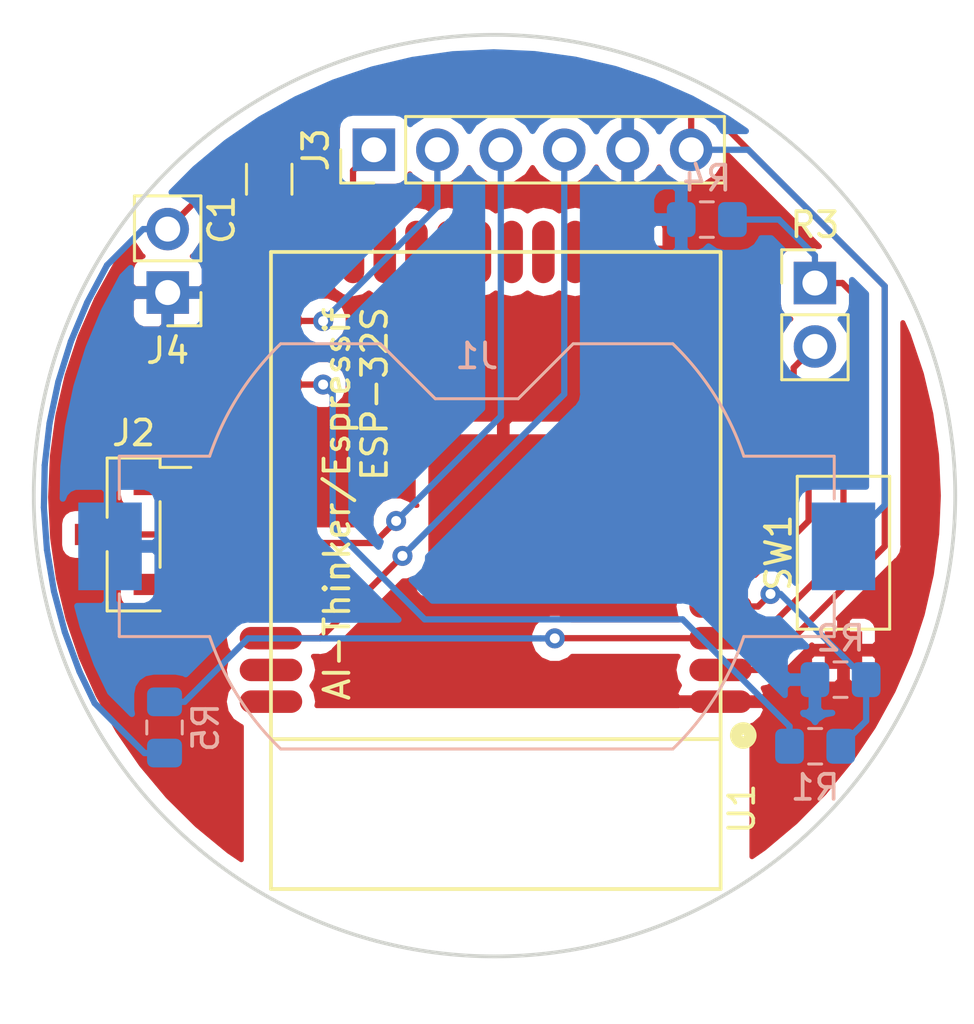
<source format=kicad_pcb>
(kicad_pcb (version 20171130) (host pcbnew 5.0.2-bee76a0~70~ubuntu18.04.1)

  (general
    (thickness 1.6)
    (drawings 1)
    (tracks 107)
    (zones 0)
    (modules 12)
    (nets 38)
  )

  (page A4)
  (layers
    (0 F.Cu signal)
    (31 B.Cu signal)
    (32 B.Adhes user)
    (33 F.Adhes user)
    (34 B.Paste user)
    (35 F.Paste user)
    (36 B.SilkS user)
    (37 F.SilkS user)
    (38 B.Mask user)
    (39 F.Mask user)
    (40 Dwgs.User user)
    (41 Cmts.User user)
    (42 Eco1.User user)
    (43 Eco2.User user)
    (44 Edge.Cuts user)
    (45 Margin user)
    (46 B.CrtYd user)
    (47 F.CrtYd user)
    (48 B.Fab user)
    (49 F.Fab user)
  )

  (setup
    (last_trace_width 0.25)
    (trace_clearance 0.2)
    (zone_clearance 0.5)
    (zone_45_only no)
    (trace_min 0.2)
    (segment_width 0.2)
    (edge_width 0.15)
    (via_size 0.8)
    (via_drill 0.4)
    (via_min_size 0.4)
    (via_min_drill 0.3)
    (uvia_size 0.3)
    (uvia_drill 0.1)
    (uvias_allowed no)
    (uvia_min_size 0.2)
    (uvia_min_drill 0.1)
    (pcb_text_width 0.3)
    (pcb_text_size 1.5 1.5)
    (mod_edge_width 0.15)
    (mod_text_size 1 1)
    (mod_text_width 0.15)
    (pad_size 1.524 1.524)
    (pad_drill 0.762)
    (pad_to_mask_clearance 0.051)
    (solder_mask_min_width 0.25)
    (aux_axis_origin 0 0)
    (visible_elements FFFFFF7F)
    (pcbplotparams
      (layerselection 0x010fc_ffffffff)
      (usegerberextensions false)
      (usegerberattributes false)
      (usegerberadvancedattributes false)
      (creategerberjobfile false)
      (excludeedgelayer true)
      (linewidth 0.100000)
      (plotframeref false)
      (viasonmask false)
      (mode 1)
      (useauxorigin false)
      (hpglpennumber 1)
      (hpglpenspeed 20)
      (hpglpendiameter 15.000000)
      (psnegative false)
      (psa4output false)
      (plotreference true)
      (plotvalue true)
      (plotinvisibletext false)
      (padsonsilk false)
      (subtractmaskfromsilk false)
      (outputformat 1)
      (mirror false)
      (drillshape 0)
      (scaleselection 1)
      (outputdirectory "GERBER/"))
  )

  (net 0 "")
  (net 1 /GND)
  (net 2 /3V3)
  (net 3 /BOOT)
  (net 4 /TX)
  (net 5 /RX)
  (net 6 "Net-(U1-Pad38)")
  (net 7 "Net-(U1-Pad37)")
  (net 8 /SCL)
  (net 9 /SDA)
  (net 10 "Net-(U1-Pad32)")
  (net 11 "Net-(U1-Pad31)")
  (net 12 "Net-(U1-Pad30)")
  (net 13 "Net-(U1-Pad29)")
  (net 14 "Net-(U1-Pad27)")
  (net 15 "Net-(U1-Pad23)")
  (net 16 "Net-(U1-Pad22)")
  (net 17 "Net-(U1-Pad21)")
  (net 18 "Net-(U1-Pad20)")
  (net 19 "Net-(U1-Pad19)")
  (net 20 "Net-(U1-Pad18)")
  (net 21 "Net-(U1-Pad17)")
  (net 22 "Net-(U1-Pad16)")
  (net 23 "Net-(U1-Pad14)")
  (net 24 "Net-(U1-Pad12)")
  (net 25 "Net-(U1-Pad11)")
  (net 26 "Net-(U1-Pad10)")
  (net 27 "Net-(U1-Pad9)")
  (net 28 "Net-(U1-Pad8)")
  (net 29 "Net-(U1-Pad7)")
  (net 30 /VBAT)
  (net 31 /VLDR)
  (net 32 /LDR_ON)
  (net 33 "Net-(R5-Pad2)")
  (net 34 /IO2)
  (net 35 /IO4)
  (net 36 "Net-(U1-Pad13)")
  (net 37 /VBAT_ON)

  (net_class Default "This is the default net class."
    (clearance 0.2)
    (trace_width 0.25)
    (via_dia 0.8)
    (via_drill 0.4)
    (uvia_dia 0.3)
    (uvia_drill 0.1)
    (add_net /3V3)
    (add_net /BOOT)
    (add_net /GND)
    (add_net /IO2)
    (add_net /IO4)
    (add_net /LDR_ON)
    (add_net /RX)
    (add_net /SCL)
    (add_net /SDA)
    (add_net /TX)
    (add_net /VBAT)
    (add_net /VBAT_ON)
    (add_net /VLDR)
    (add_net "Net-(R5-Pad2)")
    (add_net "Net-(U1-Pad10)")
    (add_net "Net-(U1-Pad11)")
    (add_net "Net-(U1-Pad12)")
    (add_net "Net-(U1-Pad13)")
    (add_net "Net-(U1-Pad14)")
    (add_net "Net-(U1-Pad16)")
    (add_net "Net-(U1-Pad17)")
    (add_net "Net-(U1-Pad18)")
    (add_net "Net-(U1-Pad19)")
    (add_net "Net-(U1-Pad20)")
    (add_net "Net-(U1-Pad21)")
    (add_net "Net-(U1-Pad22)")
    (add_net "Net-(U1-Pad23)")
    (add_net "Net-(U1-Pad27)")
    (add_net "Net-(U1-Pad29)")
    (add_net "Net-(U1-Pad30)")
    (add_net "Net-(U1-Pad31)")
    (add_net "Net-(U1-Pad32)")
    (add_net "Net-(U1-Pad37)")
    (add_net "Net-(U1-Pad38)")
    (add_net "Net-(U1-Pad7)")
    (add_net "Net-(U1-Pad8)")
    (add_net "Net-(U1-Pad9)")
  )

  (module Resistor_SMD:R_0805_2012Metric_Pad1.15x1.40mm_HandSolder (layer B.Cu) (tedit 5B36C52B) (tstamp 5C1C02EB)
    (at 142.63 110.871)
    (descr "Resistor SMD 0805 (2012 Metric), square (rectangular) end terminal, IPC_7351 nominal with elongated pad for handsoldering. (Body size source: https://docs.google.com/spreadsheets/d/1BsfQQcO9C6DZCsRaXUlFlo91Tg2WpOkGARC1WS5S8t0/edit?usp=sharing), generated with kicad-footprint-generator")
    (tags "resistor handsolder")
    (path /5C0FB402)
    (attr smd)
    (fp_text reference R1 (at 0 1.65) (layer B.SilkS)
      (effects (font (size 1 1) (thickness 0.15)) (justify mirror))
    )
    (fp_text value 100k (at 0 -1.65) (layer B.Fab)
      (effects (font (size 1 1) (thickness 0.15)) (justify mirror))
    )
    (fp_line (start -1 -0.6) (end -1 0.6) (layer B.Fab) (width 0.1))
    (fp_line (start -1 0.6) (end 1 0.6) (layer B.Fab) (width 0.1))
    (fp_line (start 1 0.6) (end 1 -0.6) (layer B.Fab) (width 0.1))
    (fp_line (start 1 -0.6) (end -1 -0.6) (layer B.Fab) (width 0.1))
    (fp_line (start -0.261252 0.71) (end 0.261252 0.71) (layer B.SilkS) (width 0.12))
    (fp_line (start -0.261252 -0.71) (end 0.261252 -0.71) (layer B.SilkS) (width 0.12))
    (fp_line (start -1.85 -0.95) (end -1.85 0.95) (layer B.CrtYd) (width 0.05))
    (fp_line (start -1.85 0.95) (end 1.85 0.95) (layer B.CrtYd) (width 0.05))
    (fp_line (start 1.85 0.95) (end 1.85 -0.95) (layer B.CrtYd) (width 0.05))
    (fp_line (start 1.85 -0.95) (end -1.85 -0.95) (layer B.CrtYd) (width 0.05))
    (fp_text user %R (at 0 0) (layer B.Fab)
      (effects (font (size 0.5 0.5) (thickness 0.08)) (justify mirror))
    )
    (pad 1 smd roundrect (at -1.025 0) (size 1.15 1.4) (layers B.Cu B.Paste B.Mask) (roundrect_rratio 0.217391)
      (net 37 /VBAT_ON))
    (pad 2 smd roundrect (at 1.025 0) (size 1.15 1.4) (layers B.Cu B.Paste B.Mask) (roundrect_rratio 0.217391)
      (net 30 /VBAT))
    (model ${KISYS3DMOD}/Resistor_SMD.3dshapes/R_0805_2012Metric.wrl
      (at (xyz 0 0 0))
      (scale (xyz 1 1 1))
      (rotate (xyz 0 0 0))
    )
  )

  (module Connector_PinHeader_2.54mm:PinHeader_1x06_P2.54mm_Vertical (layer F.Cu) (tedit 59FED5CC) (tstamp 5C1DF80C)
    (at 124.968 86.995 90)
    (descr "Through hole straight pin header, 1x06, 2.54mm pitch, single row")
    (tags "Through hole pin header THT 1x06 2.54mm single row")
    (path /5C0F9E51)
    (fp_text reference J3 (at 0 -2.33 90) (layer F.SilkS)
      (effects (font (size 1 1) (thickness 0.15)))
    )
    (fp_text value BME280 (at 0 15.03 90) (layer F.Fab)
      (effects (font (size 1 1) (thickness 0.15)))
    )
    (fp_line (start -0.635 -1.27) (end 1.27 -1.27) (layer F.Fab) (width 0.1))
    (fp_line (start 1.27 -1.27) (end 1.27 13.97) (layer F.Fab) (width 0.1))
    (fp_line (start 1.27 13.97) (end -1.27 13.97) (layer F.Fab) (width 0.1))
    (fp_line (start -1.27 13.97) (end -1.27 -0.635) (layer F.Fab) (width 0.1))
    (fp_line (start -1.27 -0.635) (end -0.635 -1.27) (layer F.Fab) (width 0.1))
    (fp_line (start -1.33 14.03) (end 1.33 14.03) (layer F.SilkS) (width 0.12))
    (fp_line (start -1.33 1.27) (end -1.33 14.03) (layer F.SilkS) (width 0.12))
    (fp_line (start 1.33 1.27) (end 1.33 14.03) (layer F.SilkS) (width 0.12))
    (fp_line (start -1.33 1.27) (end 1.33 1.27) (layer F.SilkS) (width 0.12))
    (fp_line (start -1.33 0) (end -1.33 -1.33) (layer F.SilkS) (width 0.12))
    (fp_line (start -1.33 -1.33) (end 0 -1.33) (layer F.SilkS) (width 0.12))
    (fp_line (start -1.8 -1.8) (end -1.8 14.5) (layer F.CrtYd) (width 0.05))
    (fp_line (start -1.8 14.5) (end 1.8 14.5) (layer F.CrtYd) (width 0.05))
    (fp_line (start 1.8 14.5) (end 1.8 -1.8) (layer F.CrtYd) (width 0.05))
    (fp_line (start 1.8 -1.8) (end -1.8 -1.8) (layer F.CrtYd) (width 0.05))
    (fp_text user %R (at 0 6.35 180) (layer F.Fab)
      (effects (font (size 1 1) (thickness 0.15)))
    )
    (pad 1 thru_hole rect (at 0 0 90) (size 1.7 1.7) (drill 1) (layers *.Cu *.Mask)
      (net 34 /IO2))
    (pad 2 thru_hole oval (at 0 2.54 90) (size 1.7 1.7) (drill 1) (layers *.Cu *.Mask)
      (net 35 /IO4))
    (pad 3 thru_hole oval (at 0 5.08 90) (size 1.7 1.7) (drill 1) (layers *.Cu *.Mask)
      (net 9 /SDA))
    (pad 4 thru_hole oval (at 0 7.62 90) (size 1.7 1.7) (drill 1) (layers *.Cu *.Mask)
      (net 8 /SCL))
    (pad 5 thru_hole oval (at 0 10.16 90) (size 1.7 1.7) (drill 1) (layers *.Cu *.Mask)
      (net 1 /GND))
    (pad 6 thru_hole oval (at 0 12.7 90) (size 1.7 1.7) (drill 1) (layers *.Cu *.Mask)
      (net 2 /3V3))
    (model ${KISYS3DMOD}/Connector_PinHeader_2.54mm.3dshapes/PinHeader_1x06_P2.54mm_Vertical.wrl
      (at (xyz 0 0 0))
      (scale (xyz 1 1 1))
      (rotate (xyz 0 0 0))
    )
  )

  (module Capacitor_SMD:C_1206_3216Metric_Pad1.42x1.75mm_HandSolder (layer F.Cu) (tedit 5B301BBE) (tstamp 5C1C0BAA)
    (at 120.777 88.1745 270)
    (descr "Capacitor SMD 1206 (3216 Metric), square (rectangular) end terminal, IPC_7351 nominal with elongated pad for handsoldering. (Body size source: http://www.tortai-tech.com/upload/download/2011102023233369053.pdf), generated with kicad-footprint-generator")
    (tags "capacitor handsolder")
    (path /5C0F984A)
    (attr smd)
    (fp_text reference C1 (at 1.6145 1.905 270) (layer F.SilkS)
      (effects (font (size 1 1) (thickness 0.15)))
    )
    (fp_text value C_Small (at 0 1.82 270) (layer F.Fab)
      (effects (font (size 1 1) (thickness 0.15)))
    )
    (fp_line (start -1.6 0.8) (end -1.6 -0.8) (layer F.Fab) (width 0.1))
    (fp_line (start -1.6 -0.8) (end 1.6 -0.8) (layer F.Fab) (width 0.1))
    (fp_line (start 1.6 -0.8) (end 1.6 0.8) (layer F.Fab) (width 0.1))
    (fp_line (start 1.6 0.8) (end -1.6 0.8) (layer F.Fab) (width 0.1))
    (fp_line (start -0.602064 -0.91) (end 0.602064 -0.91) (layer F.SilkS) (width 0.12))
    (fp_line (start -0.602064 0.91) (end 0.602064 0.91) (layer F.SilkS) (width 0.12))
    (fp_line (start -2.45 1.12) (end -2.45 -1.12) (layer F.CrtYd) (width 0.05))
    (fp_line (start -2.45 -1.12) (end 2.45 -1.12) (layer F.CrtYd) (width 0.05))
    (fp_line (start 2.45 -1.12) (end 2.45 1.12) (layer F.CrtYd) (width 0.05))
    (fp_line (start 2.45 1.12) (end -2.45 1.12) (layer F.CrtYd) (width 0.05))
    (fp_text user %R (at 0 0 270) (layer F.Fab)
      (effects (font (size 0.8 0.8) (thickness 0.12)))
    )
    (pad 1 smd roundrect (at -1.4875 0 270) (size 1.425 1.75) (layers F.Cu F.Paste F.Mask) (roundrect_rratio 0.175439)
      (net 2 /3V3))
    (pad 2 smd roundrect (at 1.4875 0 270) (size 1.425 1.75) (layers F.Cu F.Paste F.Mask) (roundrect_rratio 0.175439)
      (net 1 /GND))
    (model ${KISYS3DMOD}/Capacitor_SMD.3dshapes/C_1206_3216Metric.wrl
      (at (xyz 0 0 0))
      (scale (xyz 1 1 1))
      (rotate (xyz 0 0 0))
    )
  )

  (module Battery:BatteryHolder_Keystone_1058_1x2032 (layer B.Cu) (tedit 589EE147) (tstamp 5C1C0BDE)
    (at 129.084 102.87)
    (descr http://www.keyelco.com/product-pdf.cfm?p=14028)
    (tags "Keystone type 1058 coin cell retainer")
    (path /5C0F98D4)
    (attr smd)
    (fp_text reference J1 (at 0 -7.62) (layer B.SilkS)
      (effects (font (size 1 1) (thickness 0.15)) (justify mirror))
    )
    (fp_text value Conn_01x02 (at 0 9.398) (layer B.Fab)
      (effects (font (size 1 1) (thickness 0.15)) (justify mirror))
    )
    (fp_text user %R (at 0 0) (layer B.Fab)
      (effects (font (size 1 1) (thickness 0.15)) (justify mirror))
    )
    (fp_arc (start 0 0) (end 11.06 -4.11) (angle -139.2) (layer B.CrtYd) (width 0.05))
    (fp_arc (start 0 0) (end -11.06 4.11) (angle -139.2) (layer B.CrtYd) (width 0.05))
    (fp_line (start 11.06 -4.11) (end 16.45 -4.11) (layer B.CrtYd) (width 0.05))
    (fp_line (start 16.45 -4.11) (end 16.45 4.11) (layer B.CrtYd) (width 0.05))
    (fp_line (start 16.45 4.11) (end 11.06 4.11) (layer B.CrtYd) (width 0.05))
    (fp_line (start -16.45 4.11) (end -11.06 4.11) (layer B.CrtYd) (width 0.05))
    (fp_line (start -16.45 4.11) (end -16.45 -4.11) (layer B.CrtYd) (width 0.05))
    (fp_line (start -16.45 -4.11) (end -11.06 -4.11) (layer B.CrtYd) (width 0.05))
    (fp_arc (start 0 0) (end -10.692 -3.61) (angle 27.3) (layer B.SilkS) (width 0.12))
    (fp_arc (start 0 0) (end 10.692 3.61) (angle 27.3) (layer B.SilkS) (width 0.12))
    (fp_arc (start 0 0) (end 10.692 -3.61) (angle -27.3) (layer B.SilkS) (width 0.12))
    (fp_arc (start 0 0) (end -10.692 3.61) (angle -27.3) (layer B.SilkS) (width 0.12))
    (fp_line (start -14.31 -1.9) (end -14.31 -3.61) (layer B.SilkS) (width 0.12))
    (fp_line (start -10.692 -3.61) (end -14.31 -3.61) (layer B.SilkS) (width 0.12))
    (fp_line (start -3.86 -8.11) (end -7.8473 -8.11) (layer B.SilkS) (width 0.12))
    (fp_line (start -1.66 -5.91) (end -3.86 -8.11) (layer B.SilkS) (width 0.12))
    (fp_line (start 1.66 -5.91) (end -1.66 -5.91) (layer B.SilkS) (width 0.12))
    (fp_line (start 1.66 -5.91) (end 3.86 -8.11) (layer B.SilkS) (width 0.12))
    (fp_line (start 7.8473 -8.11) (end 3.86 -8.11) (layer B.SilkS) (width 0.12))
    (fp_line (start 14.31 -1.9) (end 14.31 -3.61) (layer B.SilkS) (width 0.12))
    (fp_line (start 14.31 -3.61) (end 10.692 -3.61) (layer B.SilkS) (width 0.12))
    (fp_line (start 10.692 3.61) (end 14.31 3.61) (layer B.SilkS) (width 0.12))
    (fp_line (start 14.31 1.9) (end 14.31 3.61) (layer B.SilkS) (width 0.12))
    (fp_line (start -7.8473 8.11) (end 7.8473 8.11) (layer B.SilkS) (width 0.12))
    (fp_line (start -14.31 1.9) (end -14.31 3.61) (layer B.SilkS) (width 0.12))
    (fp_line (start -14.31 3.61) (end -10.692 3.61) (layer B.SilkS) (width 0.12))
    (fp_arc (start 0 0) (end -10.61275 -3.5) (angle 27.4635) (layer B.Fab) (width 0.1))
    (fp_arc (start 0 0) (end 10.61275 3.5) (angle 27.4635) (layer B.Fab) (width 0.1))
    (fp_arc (start 0 0) (end 10.61275 -3.5) (angle -27.4635) (layer B.Fab) (width 0.1))
    (fp_line (start 14.2 -1.9) (end 14.2 -3.5) (layer B.Fab) (width 0.1))
    (fp_line (start 14.2 -3.5) (end 10.61275 -3.5) (layer B.Fab) (width 0.1))
    (fp_line (start 10.61275 3.5) (end 14.2 3.5) (layer B.Fab) (width 0.1))
    (fp_line (start 14.2 3.5) (end 14.2 1.9) (layer B.Fab) (width 0.1))
    (fp_line (start -14.2 -1.9) (end -14.2 -3.5) (layer B.Fab) (width 0.1))
    (fp_line (start -14.2 -3.5) (end -10.61275 -3.5) (layer B.Fab) (width 0.1))
    (fp_line (start 3.9 -8) (end 7.8026 -8) (layer B.Fab) (width 0.1))
    (fp_line (start 1.7 -5.8) (end 3.9 -8) (layer B.Fab) (width 0.1))
    (fp_line (start -1.7 -5.8) (end -3.9 -8) (layer B.Fab) (width 0.1))
    (fp_line (start -1.7 -5.8) (end 1.7 -5.8) (layer B.Fab) (width 0.1))
    (fp_line (start -14.2 3.5) (end -10.61275 3.5) (layer B.Fab) (width 0.1))
    (fp_line (start -14.2 3.5) (end -14.2 1.9) (layer B.Fab) (width 0.1))
    (fp_line (start -3.9 -8) (end -7.8026 -8) (layer B.Fab) (width 0.1))
    (fp_line (start -7.8026 8) (end 7.8026 8) (layer B.Fab) (width 0.1))
    (fp_arc (start 0 0) (end -10.61275 3.5) (angle -27.4635) (layer B.Fab) (width 0.1))
    (fp_circle (center 0 0) (end 10 0) (layer Dwgs.User) (width 0.15))
    (pad 1 smd rect (at -14.68 0) (size 2.54 3.51) (layers B.Cu B.Paste B.Mask)
      (net 1 /GND))
    (pad 2 smd rect (at 14.68 0) (size 2.54 3.51) (layers B.Cu B.Paste B.Mask)
      (net 2 /3V3))
    (model ${KISYS3DMOD}/Battery.3dshapes/BatteryHolder_Keystone_1058_1x2032.wrl
      (at (xyz 0 0 0))
      (scale (xyz 1 1 1))
      (rotate (xyz 0 0 0))
    )
  )

  (module ESP32-footprints-Lib:ESP-32S (layer F.Cu) (tedit 58152DB7) (tstamp 5C1C0D1A)
    (at 129.794 99.568 180)
    (path /5C0F8D6E)
    (fp_text reference U1 (at -9.9 -13.8 90) (layer F.SilkS)
      (effects (font (size 1 1) (thickness 0.15)))
    )
    (fp_text value ESP-32S (at 0.7 -12.3 180) (layer F.Fab)
      (effects (font (size 1 1) (thickness 0.15)))
    )
    (fp_text user AI-Thinker/Espressif (at 6.3 -1.6 270) (layer F.SilkS)
      (effects (font (size 1 1) (thickness 0.15)))
    )
    (fp_circle (center -9.958566 -10.871338) (end -10.085566 -11.125338) (layer F.SilkS) (width 0.5))
    (fp_text user ESP-32S (at 4.8 2.8 270) (layer F.SilkS)
      (effects (font (size 1 1) (thickness 0.15)))
    )
    (fp_line (start 8.947434 -11.017338) (end -9.052566 -11.017338) (layer F.SilkS) (width 0.15))
    (fp_line (start -9.052566 -17.017338) (end -9.052566 8.482662) (layer F.SilkS) (width 0.15))
    (fp_line (start 8.947434 -17.017338) (end 8.947434 8.482662) (layer F.SilkS) (width 0.15))
    (fp_line (start 8.947434 8.482662) (end -9.052566 8.482662) (layer F.SilkS) (width 0.15))
    (fp_line (start 8.947434 -17.017338) (end -9.052566 -17.017338) (layer F.SilkS) (width 0.15))
    (pad 38 smd oval (at 8.947434 -9.517338) (size 2.5 0.9) (layers F.Cu F.Paste F.Mask)
      (net 6 "Net-(U1-Pad38)"))
    (pad 37 smd oval (at 8.947434 -8.247338) (size 2.5 0.9) (layers F.Cu F.Paste F.Mask)
      (net 7 "Net-(U1-Pad37)"))
    (pad 36 smd oval (at 8.947434 -6.977338) (size 2.5 0.9) (layers F.Cu F.Paste F.Mask)
      (net 8 /SCL))
    (pad 35 smd oval (at 8.947434 -5.707338) (size 2.5 0.9) (layers F.Cu F.Paste F.Mask)
      (net 4 /TX))
    (pad 34 smd oval (at 8.947434 -4.437338) (size 2.5 0.9) (layers F.Cu F.Paste F.Mask)
      (net 5 /RX))
    (pad 33 smd oval (at 8.947434 -3.167338) (size 2.5 0.9) (layers F.Cu F.Paste F.Mask)
      (net 9 /SDA))
    (pad 32 smd oval (at 8.947434 -1.897338) (size 2.5 0.9) (layers F.Cu F.Paste F.Mask)
      (net 10 "Net-(U1-Pad32)"))
    (pad 31 smd oval (at 8.947434 -0.627338) (size 2.5 0.9) (layers F.Cu F.Paste F.Mask)
      (net 11 "Net-(U1-Pad31)"))
    (pad 30 smd oval (at 8.947434 0.642662) (size 2.5 0.9) (layers F.Cu F.Paste F.Mask)
      (net 12 "Net-(U1-Pad30)"))
    (pad 29 smd oval (at 8.947434 1.912662) (size 2.5 0.9) (layers F.Cu F.Paste F.Mask)
      (net 13 "Net-(U1-Pad29)"))
    (pad 28 smd oval (at 8.947434 3.182662) (size 2.5 0.9) (layers F.Cu F.Paste F.Mask)
      (net 37 /VBAT_ON))
    (pad 27 smd oval (at 8.947434 4.452662) (size 2.5 0.9) (layers F.Cu F.Paste F.Mask)
      (net 14 "Net-(U1-Pad27)"))
    (pad 26 smd oval (at 8.947434 5.722662) (size 2.5 0.9) (layers F.Cu F.Paste F.Mask)
      (net 35 /IO4))
    (pad 25 smd oval (at 8.947434 6.992662) (size 2.5 0.9) (layers F.Cu F.Paste F.Mask)
      (net 3 /BOOT))
    (pad 24 smd oval (at 5.662434 8.482662) (size 0.9 2.5) (layers F.Cu F.Paste F.Mask)
      (net 34 /IO2))
    (pad 23 smd oval (at 4.392434 8.482662) (size 0.9 2.5) (layers F.Cu F.Paste F.Mask)
      (net 15 "Net-(U1-Pad23)"))
    (pad 22 smd oval (at 3.122434 8.482662) (size 0.9 2.5) (layers F.Cu F.Paste F.Mask)
      (net 16 "Net-(U1-Pad22)"))
    (pad 21 smd oval (at 1.852434 8.482662) (size 0.9 2.5) (layers F.Cu F.Paste F.Mask)
      (net 17 "Net-(U1-Pad21)"))
    (pad 20 smd oval (at 0.582434 8.482662) (size 0.9 2.5) (layers F.Cu F.Paste F.Mask)
      (net 18 "Net-(U1-Pad20)"))
    (pad 19 smd oval (at -0.687566 8.482662) (size 0.9 2.5) (layers F.Cu F.Paste F.Mask)
      (net 19 "Net-(U1-Pad19)"))
    (pad 18 smd oval (at -1.957566 8.482662) (size 0.9 2.5) (layers F.Cu F.Paste F.Mask)
      (net 20 "Net-(U1-Pad18)"))
    (pad 17 smd oval (at -3.227566 8.482662) (size 0.9 2.5) (layers F.Cu F.Paste F.Mask)
      (net 21 "Net-(U1-Pad17)"))
    (pad 16 smd oval (at -4.497566 8.482662) (size 0.9 2.5) (layers F.Cu F.Paste F.Mask)
      (net 22 "Net-(U1-Pad16)"))
    (pad 15 smd oval (at -5.767566 8.482662) (size 0.9 2.5) (layers F.Cu F.Paste F.Mask)
      (net 1 /GND))
    (pad 14 smd oval (at -9.052566 6.992662) (size 2.5 0.9) (layers F.Cu F.Paste F.Mask)
      (net 23 "Net-(U1-Pad14)"))
    (pad 13 smd oval (at -9.052566 5.722662) (size 2.5 0.9) (layers F.Cu F.Paste F.Mask)
      (net 36 "Net-(U1-Pad13)"))
    (pad 12 smd oval (at -9.052566 4.452662) (size 2.5 0.9) (layers F.Cu F.Paste F.Mask)
      (net 24 "Net-(U1-Pad12)"))
    (pad 11 smd oval (at -9.052566 3.182662) (size 2.5 0.9) (layers F.Cu F.Paste F.Mask)
      (net 25 "Net-(U1-Pad11)"))
    (pad 10 smd oval (at -9.052566 1.912662) (size 2.5 0.9) (layers F.Cu F.Paste F.Mask)
      (net 26 "Net-(U1-Pad10)"))
    (pad 9 smd oval (at -9.052566 0.642662) (size 2.5 0.9) (layers F.Cu F.Paste F.Mask)
      (net 27 "Net-(U1-Pad9)"))
    (pad 8 smd oval (at -9.052566 -0.627338) (size 2.5 0.9) (layers F.Cu F.Paste F.Mask)
      (net 28 "Net-(U1-Pad8)"))
    (pad 7 smd oval (at -9.052566 -1.897338) (size 2.5 0.9) (layers F.Cu F.Paste F.Mask)
      (net 29 "Net-(U1-Pad7)"))
    (pad 6 smd oval (at -9.052566 -3.167338) (size 2.5 0.9) (layers F.Cu F.Paste F.Mask)
      (net 32 /LDR_ON))
    (pad 5 smd oval (at -9.052566 -4.437338) (size 2.5 0.9) (layers F.Cu F.Paste F.Mask)
      (net 31 /VLDR))
    (pad 4 smd oval (at -9.052566 -5.707338) (size 2.5 0.9) (layers F.Cu F.Paste F.Mask)
      (net 30 /VBAT))
    (pad 3 smd oval (at -9.052566 -6.977338) (size 2.5 0.9) (layers F.Cu F.Paste F.Mask)
      (net 33 "Net-(R5-Pad2)"))
    (pad 2 smd oval (at -9.052566 -8.247338) (size 2.5 0.9) (layers F.Cu F.Paste F.Mask)
      (net 2 /3V3))
    (pad 1 smd oval (at -9.052566 -9.517338) (size 2.5 0.9) (layers F.Cu F.Paste F.Mask)
      (net 1 /GND))
    (pad 39 smd rect (at -0.352566 -1.817338) (size 6 6) (layers F.Cu F.Paste F.Mask)
      (net 1 /GND))
  )

  (module Resistor_SMD:R_0805_2012Metric_Pad1.15x1.40mm_HandSolder (layer B.Cu) (tedit 5C0FB658) (tstamp 5C1DFCEA)
    (at 143.646 108.204 180)
    (descr "Resistor SMD 0805 (2012 Metric), square (rectangular) end terminal, IPC_7351 nominal with elongated pad for handsoldering. (Body size source: https://docs.google.com/spreadsheets/d/1BsfQQcO9C6DZCsRaXUlFlo91Tg2WpOkGARC1WS5S8t0/edit?usp=sharing), generated with kicad-footprint-generator")
    (tags "resistor handsolder")
    (path /5C0FB512)
    (attr smd)
    (fp_text reference R2 (at 0 1.65 180) (layer B.SilkS)
      (effects (font (size 1 1) (thickness 0.15)) (justify mirror))
    )
    (fp_text value 27K (at 0 -1.65 180) (layer B.Fab)
      (effects (font (size 1 1) (thickness 0.15)) (justify mirror))
    )
    (fp_text user 300k (at -0.009 1.27 180) (layer B.Fab)
      (effects (font (size 0.5 0.5) (thickness 0.08)) (justify mirror))
    )
    (fp_line (start 1.85 -0.95) (end -1.85 -0.95) (layer B.CrtYd) (width 0.05))
    (fp_line (start 1.85 0.95) (end 1.85 -0.95) (layer B.CrtYd) (width 0.05))
    (fp_line (start -1.85 0.95) (end 1.85 0.95) (layer B.CrtYd) (width 0.05))
    (fp_line (start -1.85 -0.95) (end -1.85 0.95) (layer B.CrtYd) (width 0.05))
    (fp_line (start -0.261252 -0.71) (end 0.261252 -0.71) (layer B.SilkS) (width 0.12))
    (fp_line (start -0.261252 0.71) (end 0.261252 0.71) (layer B.SilkS) (width 0.12))
    (fp_line (start 1 -0.6) (end -1 -0.6) (layer B.Fab) (width 0.1))
    (fp_line (start 1 0.6) (end 1 -0.6) (layer B.Fab) (width 0.1))
    (fp_line (start -1 0.6) (end 1 0.6) (layer B.Fab) (width 0.1))
    (fp_line (start -1 -0.6) (end -1 0.6) (layer B.Fab) (width 0.1))
    (pad 2 smd roundrect (at 1.025 0 180) (size 1.15 1.4) (layers B.Cu B.Paste B.Mask) (roundrect_rratio 0.217391)
      (net 1 /GND))
    (pad 1 smd roundrect (at -1.025 0 180) (size 1.15 1.4) (layers B.Cu B.Paste B.Mask) (roundrect_rratio 0.217391)
      (net 30 /VBAT))
    (model ${KISYS3DMOD}/Resistor_SMD.3dshapes/R_0805_2012Metric.wrl
      (at (xyz 0 0 0))
      (scale (xyz 1 1 1))
      (rotate (xyz 0 0 0))
    )
  )

  (module Connector_PinHeader_2.54mm:PinHeader_1x02_P2.54mm_Vertical (layer F.Cu) (tedit 5C0FB643) (tstamp 5C1DFC4F)
    (at 142.621 92.329)
    (descr "Through hole straight pin header, 1x02, 2.54mm pitch, single row")
    (tags "Through hole pin header THT 1x02 2.54mm single row")
    (path /5C0FD694)
    (fp_text reference R3 (at 0 -2.33) (layer F.SilkS)
      (effects (font (size 1 1) (thickness 0.15)))
    )
    (fp_text value LDR03 (at 0 4.87) (layer F.Fab)
      (effects (font (size 1 1) (thickness 0.15)))
    )
    (fp_line (start -0.635 -1.27) (end 1.27 -1.27) (layer F.Fab) (width 0.1))
    (fp_line (start 1.27 -1.27) (end 1.27 3.81) (layer F.Fab) (width 0.1))
    (fp_line (start 1.27 3.81) (end -1.27 3.81) (layer F.Fab) (width 0.1))
    (fp_line (start -1.27 3.81) (end -1.27 -0.635) (layer F.Fab) (width 0.1))
    (fp_line (start -1.27 -0.635) (end -0.635 -1.27) (layer F.Fab) (width 0.1))
    (fp_line (start -1.33 3.87) (end 1.33 3.87) (layer F.SilkS) (width 0.12))
    (fp_line (start -1.33 1.27) (end -1.33 3.87) (layer F.SilkS) (width 0.12))
    (fp_line (start 1.33 1.27) (end 1.33 3.87) (layer F.SilkS) (width 0.12))
    (fp_line (start -1.33 1.27) (end 1.33 1.27) (layer F.SilkS) (width 0.12))
    (fp_line (start -1.33 0) (end -1.33 -1.33) (layer F.SilkS) (width 0.12))
    (fp_line (start -1.33 -1.33) (end 0 -1.33) (layer F.SilkS) (width 0.12))
    (fp_line (start -1.8 -1.8) (end -1.8 4.35) (layer F.CrtYd) (width 0.05))
    (fp_line (start -1.8 4.35) (end 1.8 4.35) (layer F.CrtYd) (width 0.05))
    (fp_line (start 1.8 4.35) (end 1.8 -1.8) (layer F.CrtYd) (width 0.05))
    (fp_line (start 1.8 -1.8) (end -1.8 -1.8) (layer F.CrtYd) (width 0.05))
    (fp_text user LDR (at -2.667 1.397 90) (layer F.Fab)
      (effects (font (size 1 1) (thickness 0.15)))
    )
    (pad 1 thru_hole rect (at 0 0) (size 1.7 1.7) (drill 1) (layers *.Cu *.Mask)
      (net 31 /VLDR))
    (pad 2 thru_hole oval (at 0 2.54) (size 1.7 1.7) (drill 1) (layers *.Cu *.Mask)
      (net 32 /LDR_ON))
    (model ${KISYS3DMOD}/Connector_PinHeader_2.54mm.3dshapes/PinHeader_1x02_P2.54mm_Vertical.wrl
      (at (xyz 0 0 0))
      (scale (xyz 1 1 1))
      (rotate (xyz 0 0 0))
    )
  )

  (module Resistor_SMD:R_0805_2012Metric_Pad1.15x1.40mm_HandSolder (layer B.Cu) (tedit 5B36C52B) (tstamp 5C1C057A)
    (at 138.294 89.789 180)
    (descr "Resistor SMD 0805 (2012 Metric), square (rectangular) end terminal, IPC_7351 nominal with elongated pad for handsoldering. (Body size source: https://docs.google.com/spreadsheets/d/1BsfQQcO9C6DZCsRaXUlFlo91Tg2WpOkGARC1WS5S8t0/edit?usp=sharing), generated with kicad-footprint-generator")
    (tags "resistor handsolder")
    (path /5C0FD80E)
    (attr smd)
    (fp_text reference R4 (at 0 1.65 180) (layer B.SilkS)
      (effects (font (size 1 1) (thickness 0.15)) (justify mirror))
    )
    (fp_text value 10K (at 0 -1.65 180) (layer B.Fab)
      (effects (font (size 1 1) (thickness 0.15)) (justify mirror))
    )
    (fp_line (start -1 -0.6) (end -1 0.6) (layer B.Fab) (width 0.1))
    (fp_line (start -1 0.6) (end 1 0.6) (layer B.Fab) (width 0.1))
    (fp_line (start 1 0.6) (end 1 -0.6) (layer B.Fab) (width 0.1))
    (fp_line (start 1 -0.6) (end -1 -0.6) (layer B.Fab) (width 0.1))
    (fp_line (start -0.261252 0.71) (end 0.261252 0.71) (layer B.SilkS) (width 0.12))
    (fp_line (start -0.261252 -0.71) (end 0.261252 -0.71) (layer B.SilkS) (width 0.12))
    (fp_line (start -1.85 -0.95) (end -1.85 0.95) (layer B.CrtYd) (width 0.05))
    (fp_line (start -1.85 0.95) (end 1.85 0.95) (layer B.CrtYd) (width 0.05))
    (fp_line (start 1.85 0.95) (end 1.85 -0.95) (layer B.CrtYd) (width 0.05))
    (fp_line (start 1.85 -0.95) (end -1.85 -0.95) (layer B.CrtYd) (width 0.05))
    (fp_text user %R (at 0 0 180) (layer B.Fab)
      (effects (font (size 0.5 0.5) (thickness 0.08)) (justify mirror))
    )
    (pad 1 smd roundrect (at -1.025 0 180) (size 1.15 1.4) (layers B.Cu B.Paste B.Mask) (roundrect_rratio 0.217391)
      (net 31 /VLDR))
    (pad 2 smd roundrect (at 1.025 0 180) (size 1.15 1.4) (layers B.Cu B.Paste B.Mask) (roundrect_rratio 0.217391)
      (net 1 /GND))
    (model ${KISYS3DMOD}/Resistor_SMD.3dshapes/R_0805_2012Metric.wrl
      (at (xyz 0 0 0))
      (scale (xyz 1 1 1))
      (rotate (xyz 0 0 0))
    )
  )

  (module Resistor_SMD:R_0805_2012Metric_Pad1.15x1.40mm_HandSolder (layer B.Cu) (tedit 5C1363F5) (tstamp 5C1DFDDC)
    (at 116.586 110.118 90)
    (descr "Resistor SMD 0805 (2012 Metric), square (rectangular) end terminal, IPC_7351 nominal with elongated pad for handsoldering. (Body size source: https://docs.google.com/spreadsheets/d/1BsfQQcO9C6DZCsRaXUlFlo91Tg2WpOkGARC1WS5S8t0/edit?usp=sharing), generated with kicad-footprint-generator")
    (tags "resistor handsolder")
    (path /5C11855B)
    (attr smd)
    (fp_text reference R5 (at 0 1.65 90) (layer B.SilkS)
      (effects (font (size 1 1) (thickness 0.15)) (justify mirror))
    )
    (fp_text value 10K (at 0 -1.65 90) (layer B.Fab)
      (effects (font (size 1 1) (thickness 0.15)) (justify mirror))
    )
    (fp_line (start -1 -0.6) (end -1 0.6) (layer B.Fab) (width 0.1))
    (fp_line (start -1 0.6) (end 1 0.6) (layer B.Fab) (width 0.1))
    (fp_line (start 1 0.6) (end 1 -0.6) (layer B.Fab) (width 0.1))
    (fp_line (start 1 -0.6) (end -1 -0.6) (layer B.Fab) (width 0.1))
    (fp_line (start -0.261252 0.71) (end 0.261252 0.71) (layer B.SilkS) (width 0.12))
    (fp_line (start -0.261252 -0.71) (end 0.261252 -0.71) (layer B.SilkS) (width 0.12))
    (fp_line (start -1.85 -0.95) (end -1.85 0.95) (layer B.CrtYd) (width 0.05))
    (fp_line (start -1.85 0.95) (end 1.85 0.95) (layer B.CrtYd) (width 0.05))
    (fp_line (start 1.85 0.95) (end 1.85 -0.95) (layer B.CrtYd) (width 0.05))
    (fp_line (start 1.85 -0.95) (end -1.85 -0.95) (layer B.CrtYd) (width 0.05))
    (fp_text user %R (at 0 0 90) (layer B.Fab)
      (effects (font (size 0.5 0.5) (thickness 0.08)) (justify mirror))
    )
    (pad 1 smd roundrect (at -1.025 0 90) (size 1.15 1.4) (layers B.Cu B.Paste B.Mask) (roundrect_rratio 0.217391)
      (net 2 /3V3))
    (pad 2 smd roundrect (at 1.025 0 90) (size 1.15 1.4) (layers B.Cu B.Paste B.Mask) (roundrect_rratio 0.217391)
      (net 33 "Net-(R5-Pad2)"))
    (model ${KISYS3DMOD}/Resistor_SMD.3dshapes/R_0805_2012Metric.wrl
      (at (xyz 0 0 0))
      (scale (xyz 1 1 1))
      (rotate (xyz 0 0 0))
    )
  )

  (module Button_Switch_SMD:SW_SPST_CK_RS282G05A3 (layer F.Cu) (tedit 5A7A67D2) (tstamp 5C1DF838)
    (at 143.764 103.124 90)
    (descr https://www.mouser.com/ds/2/60/RS-282G05A-SM_RT-1159762.pdf)
    (tags "SPST button tactile switch")
    (path /5C118454)
    (attr smd)
    (fp_text reference SW1 (at 0 -2.6 90) (layer F.SilkS)
      (effects (font (size 1 1) (thickness 0.15)))
    )
    (fp_text value SW_Push (at 0 3 90) (layer F.Fab)
      (effects (font (size 1 1) (thickness 0.15)))
    )
    (fp_line (start -4.9 2.05) (end -4.9 -2.05) (layer F.CrtYd) (width 0.05))
    (fp_line (start 4.9 2.05) (end -4.9 2.05) (layer F.CrtYd) (width 0.05))
    (fp_line (start 4.9 -2.05) (end 4.9 2.05) (layer F.CrtYd) (width 0.05))
    (fp_line (start -4.9 -2.05) (end 4.9 -2.05) (layer F.CrtYd) (width 0.05))
    (fp_text user %R (at 0 -2.6 90) (layer F.Fab)
      (effects (font (size 1 1) (thickness 0.15)))
    )
    (fp_line (start -1.75 -1) (end 1.75 -1) (layer F.Fab) (width 0.1))
    (fp_line (start 1.75 -1) (end 1.75 1) (layer F.Fab) (width 0.1))
    (fp_line (start 1.75 1) (end -1.75 1) (layer F.Fab) (width 0.1))
    (fp_line (start -1.75 1) (end -1.75 -1) (layer F.Fab) (width 0.1))
    (fp_line (start -3.06 -1.85) (end 3.06 -1.85) (layer F.SilkS) (width 0.12))
    (fp_line (start 3.06 -1.85) (end 3.06 1.85) (layer F.SilkS) (width 0.12))
    (fp_line (start 3.06 1.85) (end -3.06 1.85) (layer F.SilkS) (width 0.12))
    (fp_line (start -3.06 1.85) (end -3.06 -1.85) (layer F.SilkS) (width 0.12))
    (fp_line (start -1.5 0.8) (end 1.5 0.8) (layer F.Fab) (width 0.1))
    (fp_line (start -1.5 -0.8) (end 1.5 -0.8) (layer F.Fab) (width 0.1))
    (fp_line (start 1.5 -0.8) (end 1.5 0.8) (layer F.Fab) (width 0.1))
    (fp_line (start -1.5 -0.8) (end -1.5 0.8) (layer F.Fab) (width 0.1))
    (fp_line (start -3 1.8) (end 3 1.8) (layer F.Fab) (width 0.1))
    (fp_line (start -3 -1.8) (end 3 -1.8) (layer F.Fab) (width 0.1))
    (fp_line (start -3 -1.8) (end -3 1.8) (layer F.Fab) (width 0.1))
    (fp_line (start 3 -1.8) (end 3 1.8) (layer F.Fab) (width 0.1))
    (pad 1 smd rect (at -3.9 0 90) (size 1.5 1.5) (layers F.Cu F.Paste F.Mask)
      (net 1 /GND))
    (pad 2 smd rect (at 3.9 0 90) (size 1.5 1.5) (layers F.Cu F.Paste F.Mask)
      (net 33 "Net-(R5-Pad2)"))
    (model ${KISYS3DMOD}/Button_Switch_SMD.3dshapes/SW_SPST_CK_RS282G05A3.wrl
      (at (xyz 0 0 0))
      (scale (xyz 1 1 1))
      (rotate (xyz 0 0 0))
    )
  )

  (module Connector_PinHeader_2.54mm:PinHeader_1x02_P2.54mm_Vertical (layer F.Cu) (tedit 59FED5CC) (tstamp 5C1F274C)
    (at 116.713 92.71 180)
    (descr "Through hole straight pin header, 1x02, 2.54mm pitch, single row")
    (tags "Through hole pin header THT 1x02 2.54mm single row")
    (path /5C132CEE)
    (fp_text reference J4 (at 0 -2.33 180) (layer F.SilkS)
      (effects (font (size 1 1) (thickness 0.15)))
    )
    (fp_text value Conn_01x02 (at 0 4.87 180) (layer F.Fab)
      (effects (font (size 1 1) (thickness 0.15)))
    )
    (fp_line (start -0.635 -1.27) (end 1.27 -1.27) (layer F.Fab) (width 0.1))
    (fp_line (start 1.27 -1.27) (end 1.27 3.81) (layer F.Fab) (width 0.1))
    (fp_line (start 1.27 3.81) (end -1.27 3.81) (layer F.Fab) (width 0.1))
    (fp_line (start -1.27 3.81) (end -1.27 -0.635) (layer F.Fab) (width 0.1))
    (fp_line (start -1.27 -0.635) (end -0.635 -1.27) (layer F.Fab) (width 0.1))
    (fp_line (start -1.33 3.87) (end 1.33 3.87) (layer F.SilkS) (width 0.12))
    (fp_line (start -1.33 1.27) (end -1.33 3.87) (layer F.SilkS) (width 0.12))
    (fp_line (start 1.33 1.27) (end 1.33 3.87) (layer F.SilkS) (width 0.12))
    (fp_line (start -1.33 1.27) (end 1.33 1.27) (layer F.SilkS) (width 0.12))
    (fp_line (start -1.33 0) (end -1.33 -1.33) (layer F.SilkS) (width 0.12))
    (fp_line (start -1.33 -1.33) (end 0 -1.33) (layer F.SilkS) (width 0.12))
    (fp_line (start -1.8 -1.8) (end -1.8 4.35) (layer F.CrtYd) (width 0.05))
    (fp_line (start -1.8 4.35) (end 1.8 4.35) (layer F.CrtYd) (width 0.05))
    (fp_line (start 1.8 4.35) (end 1.8 -1.8) (layer F.CrtYd) (width 0.05))
    (fp_line (start 1.8 -1.8) (end -1.8 -1.8) (layer F.CrtYd) (width 0.05))
    (fp_text user %R (at 0 1.27 270) (layer F.Fab)
      (effects (font (size 1 1) (thickness 0.15)))
    )
    (pad 1 thru_hole rect (at 0 0 180) (size 1.7 1.7) (drill 1) (layers *.Cu *.Mask)
      (net 1 /GND))
    (pad 2 thru_hole oval (at 0 2.54 180) (size 1.7 1.7) (drill 1) (layers *.Cu *.Mask)
      (net 2 /3V3))
    (model ${KISYS3DMOD}/Connector_PinHeader_2.54mm.3dshapes/PinHeader_1x02_P2.54mm_Vertical.wrl
      (at (xyz 0 0 0))
      (scale (xyz 1 1 1))
      (rotate (xyz 0 0 0))
    )
  )

  (module Connector_PinHeader_2.00mm:PinHeader_1x03_P2.00mm_Vertical_SMD_Pin1Right (layer F.Cu) (tedit 59FED667) (tstamp 5C217174)
    (at 115.348 102.394)
    (descr "surface-mounted straight pin header, 1x03, 2.00mm pitch, single row, style 2 (pin 1 right)")
    (tags "Surface mounted pin header SMD 1x03 2.00mm single row style2 pin1 right")
    (path /5C1377E9)
    (attr smd)
    (fp_text reference J2 (at 0 -4.06) (layer F.SilkS)
      (effects (font (size 1 1) (thickness 0.15)))
    )
    (fp_text value Conn_01x03 (at 0 4.06) (layer F.Fab)
      (effects (font (size 1 1) (thickness 0.15)))
    )
    (fp_line (start 1 3) (end -1 3) (layer F.Fab) (width 0.1))
    (fp_line (start -1 -3) (end 0.25 -3) (layer F.Fab) (width 0.1))
    (fp_line (start 1 3) (end 1 -2.25) (layer F.Fab) (width 0.1))
    (fp_line (start 1 -2.25) (end 0.25 -3) (layer F.Fab) (width 0.1))
    (fp_line (start -1 -3) (end -1 3) (layer F.Fab) (width 0.1))
    (fp_line (start -1 -0.25) (end -2.1 -0.25) (layer F.Fab) (width 0.1))
    (fp_line (start -2.1 -0.25) (end -2.1 0.25) (layer F.Fab) (width 0.1))
    (fp_line (start -2.1 0.25) (end -1 0.25) (layer F.Fab) (width 0.1))
    (fp_line (start 1 -2.25) (end 2.1 -2.25) (layer F.Fab) (width 0.1))
    (fp_line (start 2.1 -2.25) (end 2.1 -1.75) (layer F.Fab) (width 0.1))
    (fp_line (start 2.1 -1.75) (end 1 -1.75) (layer F.Fab) (width 0.1))
    (fp_line (start 1 1.75) (end 2.1 1.75) (layer F.Fab) (width 0.1))
    (fp_line (start 2.1 1.75) (end 2.1 2.25) (layer F.Fab) (width 0.1))
    (fp_line (start 2.1 2.25) (end 1 2.25) (layer F.Fab) (width 0.1))
    (fp_line (start -1.06 -3.06) (end 1.06 -3.06) (layer F.SilkS) (width 0.12))
    (fp_line (start -1.06 3.06) (end 1.06 3.06) (layer F.SilkS) (width 0.12))
    (fp_line (start 1.06 -1.315) (end 1.06 1.315) (layer F.SilkS) (width 0.12))
    (fp_line (start -1.06 -3.06) (end -1.06 -0.685) (layer F.SilkS) (width 0.12))
    (fp_line (start 1.06 -2.685) (end 2.29 -2.685) (layer F.SilkS) (width 0.12))
    (fp_line (start 1.06 -3.06) (end 1.06 -2.685) (layer F.SilkS) (width 0.12))
    (fp_line (start -1.06 2.685) (end -1.06 3.06) (layer F.SilkS) (width 0.12))
    (fp_line (start -1.06 0.685) (end -1.06 3.06) (layer F.SilkS) (width 0.12))
    (fp_line (start -2.85 -3.5) (end -2.85 3.5) (layer F.CrtYd) (width 0.05))
    (fp_line (start -2.85 3.5) (end 2.85 3.5) (layer F.CrtYd) (width 0.05))
    (fp_line (start 2.85 3.5) (end 2.85 -3.5) (layer F.CrtYd) (width 0.05))
    (fp_line (start 2.85 -3.5) (end -2.85 -3.5) (layer F.CrtYd) (width 0.05))
    (fp_text user %R (at 0 0 90) (layer F.Fab)
      (effects (font (size 1 1) (thickness 0.15)))
    )
    (pad 2 smd rect (at -1.175 0) (size 2.35 0.85) (layers F.Cu F.Paste F.Mask)
      (net 5 /RX))
    (pad 1 smd rect (at 1.175 -2) (size 2.35 0.85) (layers F.Cu F.Paste F.Mask)
      (net 3 /BOOT))
    (pad 3 smd rect (at 1.175 2) (size 2.35 0.85) (layers F.Cu F.Paste F.Mask)
      (net 4 /TX))
    (model ${KISYS3DMOD}/Connector_PinHeader_2.00mm.3dshapes/PinHeader_1x03_P2.00mm_Vertical_SMD_Pin1Right.wrl
      (at (xyz 0 0 0))
      (scale (xyz 1 1 1))
      (rotate (xyz 0 0 0))
    )
  )

  (gr_circle (center 129.794 100.838) (end 146.812 107.95) (layer Edge.Cuts) (width 0.15))

  (segment (start 121.752 86.687) (end 123.095 85.344) (width 0.25) (layer F.Cu) (net 2))
  (segment (start 120.777 86.687) (end 121.752 86.687) (width 0.25) (layer F.Cu) (net 2))
  (segment (start 120.196 86.687) (end 120.777 86.687) (width 0.25) (layer F.Cu) (net 2))
  (segment (start 116.713 90.17) (end 120.196 86.687) (width 0.25) (layer F.Cu) (net 2))
  (segment (start 137.668 86.995) (end 137.668 85.792919) (width 0.25) (layer F.Cu) (net 2))
  (segment (start 123.095 85.344) (end 137.668 85.344) (width 0.25) (layer F.Cu) (net 2))
  (segment (start 137.668 85.792919) (end 137.668 85.344) (width 0.25) (layer F.Cu) (net 2))
  (segment (start 139.954 86.995) (end 137.668 86.995) (width 0.25) (layer B.Cu) (net 2))
  (segment (start 145.415 92.456) (end 139.954 86.995) (width 0.25) (layer B.Cu) (net 2))
  (segment (start 143.764 102.87) (end 145.415 101.219) (width 0.25) (layer B.Cu) (net 2))
  (segment (start 145.415 101.219) (end 145.415 92.456) (width 0.25) (layer B.Cu) (net 2))
  (segment (start 140.469662 107.815338) (end 138.846566 107.815338) (width 0.25) (layer F.Cu) (net 2))
  (segment (start 145.415 102.87) (end 140.469662 107.815338) (width 0.25) (layer F.Cu) (net 2))
  (segment (start 145.415 92.456) (end 145.415 102.87) (width 0.25) (layer F.Cu) (net 2))
  (segment (start 138.303 85.344) (end 145.415 92.456) (width 0.25) (layer F.Cu) (net 2))
  (segment (start 137.668 85.344) (end 138.303 85.344) (width 0.25) (layer F.Cu) (net 2))
  (segment (start 115.730348 90.17) (end 115.824 90.17) (width 0.25) (layer B.Cu) (net 2))
  (segment (start 113.489895 93.10771) (end 114.285414 91.614934) (width 0.25) (layer B.Cu) (net 2))
  (segment (start 112.837664 94.668408) (end 113.489895 93.10771) (width 0.25) (layer B.Cu) (net 2))
  (segment (start 115.824 90.17) (end 116.713 90.17) (width 0.25) (layer B.Cu) (net 2))
  (segment (start 112.334439 96.28334) (end 112.837664 94.668408) (width 0.25) (layer B.Cu) (net 2))
  (segment (start 111.756304 101.309874) (end 111.791374 99.618725) (width 0.25) (layer B.Cu) (net 2))
  (segment (start 111.879746 102.996872) (end 111.756304 101.309874) (width 0.25) (layer B.Cu) (net 2))
  (segment (start 115.786 111.143) (end 113.789698 109.146698) (width 0.25) (layer B.Cu) (net 2))
  (segment (start 111.791374 99.618725) (end 111.984653 97.938288) (width 0.25) (layer B.Cu) (net 2))
  (segment (start 112.596459 106.299299) (end 112.16062 104.664897) (width 0.25) (layer B.Cu) (net 2))
  (segment (start 114.285414 91.614934) (end 115.730348 90.17) (width 0.25) (layer B.Cu) (net 2))
  (segment (start 116.586 111.143) (end 115.786 111.143) (width 0.25) (layer B.Cu) (net 2))
  (segment (start 113.789698 109.146698) (end 113.183434 107.885715) (width 0.25) (layer B.Cu) (net 2))
  (segment (start 111.984653 97.938288) (end 112.334439 96.28334) (width 0.25) (layer B.Cu) (net 2))
  (segment (start 113.183434 107.885715) (end 112.596459 106.299299) (width 0.25) (layer B.Cu) (net 2))
  (segment (start 112.16062 104.664897) (end 111.879746 102.996872) (width 0.25) (layer B.Cu) (net 2))
  (segment (start 119.260662 92.575338) (end 120.846566 92.575338) (width 0.25) (layer F.Cu) (net 3))
  (segment (start 118.237 93.599) (end 119.260662 92.575338) (width 0.25) (layer F.Cu) (net 3))
  (segment (start 118.237 97.433) (end 118.237 93.599) (width 0.25) (layer F.Cu) (net 3))
  (segment (start 116.523 99.147) (end 118.237 97.433) (width 0.25) (layer F.Cu) (net 3))
  (segment (start 116.523 99.147) (end 116.523 100.394) (width 0.25) (layer F.Cu) (net 3))
  (segment (start 117.213338 105.275338) (end 119.346566 105.275338) (width 0.25) (layer F.Cu) (net 4))
  (segment (start 116.523 104.394) (end 116.523 104.585) (width 0.25) (layer F.Cu) (net 4))
  (segment (start 119.346566 105.275338) (end 120.846566 105.275338) (width 0.25) (layer F.Cu) (net 4))
  (segment (start 116.523 104.585) (end 117.213338 105.275338) (width 0.25) (layer F.Cu) (net 4))
  (segment (start 118.864338 104.005338) (end 120.846566 104.005338) (width 0.25) (layer F.Cu) (net 5))
  (segment (start 113.601 102.394) (end 117.253 102.394) (width 0.25) (layer F.Cu) (net 5))
  (segment (start 117.253 102.394) (end 118.864338 104.005338) (width 0.25) (layer F.Cu) (net 5))
  (segment (start 126.510999 102.851001) (end 126.111 103.251) (width 0.25) (layer B.Cu) (net 8))
  (segment (start 122.816662 106.545338) (end 125.711001 103.650999) (width 0.25) (layer F.Cu) (net 8))
  (via (at 126.111 103.251) (size 0.8) (drill 0.4) (layers F.Cu B.Cu) (net 8))
  (segment (start 125.711001 103.650999) (end 126.111 103.251) (width 0.25) (layer F.Cu) (net 8))
  (segment (start 132.588 86.995) (end 132.588 96.774) (width 0.25) (layer B.Cu) (net 8))
  (segment (start 120.846566 106.545338) (end 122.816662 106.545338) (width 0.25) (layer F.Cu) (net 8))
  (segment (start 132.588 96.774) (end 126.510999 102.851001) (width 0.25) (layer B.Cu) (net 8))
  (via (at 125.857 101.854) (size 0.8) (drill 0.4) (layers F.Cu B.Cu) (net 9))
  (segment (start 130.048 97.663) (end 126.256999 101.454001) (width 0.25) (layer B.Cu) (net 9))
  (segment (start 126.256999 101.454001) (end 125.857 101.854) (width 0.25) (layer B.Cu) (net 9))
  (segment (start 125.457001 102.253999) (end 125.857 101.854) (width 0.25) (layer F.Cu) (net 9))
  (segment (start 124.975662 102.735338) (end 125.457001 102.253999) (width 0.25) (layer F.Cu) (net 9))
  (segment (start 120.846566 102.735338) (end 124.975662 102.735338) (width 0.25) (layer F.Cu) (net 9))
  (segment (start 130.048 86.995) (end 130.048 97.663) (width 0.25) (layer B.Cu) (net 9))
  (segment (start 144.671 109.855) (end 143.655 110.871) (width 0.25) (layer B.Cu) (net 30))
  (segment (start 144.671 108.204) (end 144.671 109.855) (width 0.25) (layer B.Cu) (net 30))
  (segment (start 138.846566 105.275338) (end 140.346566 105.275338) (width 0.25) (layer F.Cu) (net 30))
  (via (at 140.843 104.775) (size 0.8) (drill 0.4) (layers F.Cu B.Cu) (net 30))
  (segment (start 140.843 104.778904) (end 140.843 104.775) (width 0.25) (layer F.Cu) (net 30))
  (segment (start 144.671 108.204) (end 141.242 104.775) (width 0.25) (layer B.Cu) (net 30))
  (segment (start 140.346566 105.275338) (end 140.843 104.778904) (width 0.25) (layer F.Cu) (net 30))
  (segment (start 141.242 104.775) (end 140.843 104.775) (width 0.25) (layer B.Cu) (net 30))
  (segment (start 142.621 91.229) (end 142.621 92.329) (width 0.25) (layer B.Cu) (net 31))
  (segment (start 141.181 89.789) (end 142.621 91.229) (width 0.25) (layer B.Cu) (net 31))
  (segment (start 139.319 89.789) (end 141.181 89.789) (width 0.25) (layer B.Cu) (net 31))
  (segment (start 143.721 92.329) (end 142.621 92.329) (width 0.25) (layer F.Cu) (net 31))
  (segment (start 140.215662 104.005338) (end 142.367 101.854) (width 0.25) (layer F.Cu) (net 31))
  (segment (start 138.846566 104.005338) (end 140.215662 104.005338) (width 0.25) (layer F.Cu) (net 31))
  (segment (start 144.145 95.504) (end 144.145 92.753) (width 0.25) (layer F.Cu) (net 31))
  (segment (start 142.367 101.854) (end 142.367 97.282) (width 0.25) (layer F.Cu) (net 31))
  (segment (start 142.367 97.282) (end 144.145 95.504) (width 0.25) (layer F.Cu) (net 31))
  (segment (start 144.145 92.753) (end 143.721 92.329) (width 0.25) (layer F.Cu) (net 31))
  (segment (start 142.621 94.869) (end 141.771001 95.718999) (width 0.25) (layer F.Cu) (net 32))
  (segment (start 140.215662 102.735338) (end 138.846566 102.735338) (width 0.25) (layer F.Cu) (net 32))
  (segment (start 141.771001 101.179999) (end 140.215662 102.735338) (width 0.25) (layer F.Cu) (net 32))
  (segment (start 141.771001 95.718999) (end 141.771001 101.179999) (width 0.25) (layer F.Cu) (net 32))
  (segment (start 143.764 100.224) (end 143.764 99.224) (width 0.25) (layer F.Cu) (net 33))
  (segment (start 143.764 103.127904) (end 143.764 100.224) (width 0.25) (layer F.Cu) (net 33))
  (segment (start 140.346566 106.545338) (end 143.764 103.127904) (width 0.25) (layer F.Cu) (net 33))
  (segment (start 138.846566 106.545338) (end 140.346566 106.545338) (width 0.25) (layer F.Cu) (net 33))
  (segment (start 132.214662 106.545338) (end 132.207 106.553) (width 0.25) (layer F.Cu) (net 33))
  (segment (start 138.846566 106.545338) (end 132.214662 106.545338) (width 0.25) (layer F.Cu) (net 33))
  (via (at 132.207 106.553) (size 0.8) (drill 0.4) (layers F.Cu B.Cu) (net 33))
  (segment (start 131.641315 106.553) (end 132.207 106.553) (width 0.25) (layer B.Cu) (net 33))
  (segment (start 116.586 109.093) (end 117.386 109.093) (width 0.25) (layer B.Cu) (net 33))
  (segment (start 119.926 106.553) (end 131.641315 106.553) (width 0.25) (layer B.Cu) (net 33))
  (segment (start 117.386 109.093) (end 119.926 106.553) (width 0.25) (layer B.Cu) (net 33))
  (segment (start 124.131566 87.831434) (end 124.968 86.995) (width 0.25) (layer F.Cu) (net 34))
  (segment (start 124.131566 91.085338) (end 124.131566 87.831434) (width 0.25) (layer F.Cu) (net 34))
  (segment (start 120.846566 93.845338) (end 122.928338 93.845338) (width 0.25) (layer F.Cu) (net 35))
  (via (at 122.936 93.853) (size 0.8) (drill 0.4) (layers F.Cu B.Cu) (net 35))
  (segment (start 122.928338 93.845338) (end 122.936 93.853) (width 0.25) (layer F.Cu) (net 35))
  (segment (start 127.508 89.281) (end 127.508 86.995) (width 0.25) (layer B.Cu) (net 35))
  (segment (start 122.936 93.853) (end 127.508 89.281) (width 0.25) (layer B.Cu) (net 35))
  (via (at 122.936 96.393) (size 0.8) (drill 0.4) (layers F.Cu B.Cu) (net 37))
  (segment (start 120.854228 96.393) (end 120.846566 96.385338) (width 0.25) (layer F.Cu) (net 37))
  (segment (start 122.936 96.393) (end 120.854228 96.393) (width 0.25) (layer F.Cu) (net 37))
  (segment (start 123.317 96.774) (end 122.936 96.393) (width 0.25) (layer B.Cu) (net 37))
  (segment (start 127 105.791) (end 123.317 102.108) (width 0.25) (layer B.Cu) (net 37))
  (segment (start 137.325 105.791) (end 127 105.791) (width 0.25) (layer B.Cu) (net 37))
  (segment (start 123.317 102.108) (end 123.317 96.774) (width 0.25) (layer B.Cu) (net 37))
  (segment (start 141.605 110.871) (end 141.605 110.071) (width 0.25) (layer B.Cu) (net 37))
  (segment (start 141.605 110.071) (end 137.325 105.791) (width 0.25) (layer B.Cu) (net 37))

  (zone (net 0) (net_name "") (layers F&B.Cu) (tstamp 0) (hatch edge 0.508)
    (connect_pads (clearance 0.508))
    (min_thickness 0.254)
    (keepout (tracks not_allowed) (vias not_allowed) (copperpour not_allowed))
    (fill (arc_segments 16) (thermal_gap 0.508) (thermal_bridge_width 0.508))
    (polygon
      (pts
        (xy 140 109.347) (xy 119.761 109.347) (xy 119.761 121.539) (xy 140 121.539)
      )
    )
  )
  (zone (net 1) (net_name /GND) (layer F.Cu) (tstamp 5C0FBDA1) (hatch edge 0.508)
    (connect_pads (clearance 0.5))
    (min_thickness 0.2)
    (fill yes (arc_segments 16) (thermal_gap 0.508) (thermal_bridge_width 0.508))
    (polygon
      (pts
        (xy 149 122) (xy 149 81) (xy 110 81) (xy 110 122)
      )
    )
    (filled_polygon
      (pts
        (xy 115.34713 90.735762) (xy 115.667608 91.215392) (xy 115.729921 91.257028) (xy 115.518595 91.344563) (xy 115.347562 91.515596)
        (xy 115.255 91.739062) (xy 115.255 92.404) (xy 115.407 92.556) (xy 116.559 92.556) (xy 116.559 92.536)
        (xy 116.867 92.536) (xy 116.867 92.556) (xy 116.887 92.556) (xy 116.887 92.864) (xy 116.867 92.864)
        (xy 116.867 94.016) (xy 117.019 94.168) (xy 117.512001 94.168) (xy 117.512 97.132695) (xy 116.060836 98.58386)
        (xy 116.000305 98.624306) (xy 115.959859 98.684837) (xy 115.959858 98.684838) (xy 115.840066 98.864119) (xy 115.840065 98.86412)
        (xy 115.798 99.075597) (xy 115.798 99.0756) (xy 115.783798 99.147) (xy 115.798 99.2184) (xy 115.798 99.357246)
        (xy 115.348 99.357246) (xy 115.113892 99.403813) (xy 114.915425 99.536425) (xy 114.782813 99.734892) (xy 114.736246 99.969)
        (xy 114.736246 100.819) (xy 114.782813 101.053108) (xy 114.915425 101.251575) (xy 115.073572 101.357246) (xy 112.998 101.357246)
        (xy 112.763892 101.403813) (xy 112.565425 101.536425) (xy 112.432813 101.734892) (xy 112.386246 101.969) (xy 112.386246 102.819)
        (xy 112.432813 103.053108) (xy 112.565425 103.251575) (xy 112.763892 103.384187) (xy 112.998 103.430754) (xy 115.073572 103.430754)
        (xy 114.915425 103.536425) (xy 114.782813 103.734892) (xy 114.736246 103.969) (xy 114.736246 104.819) (xy 114.782813 105.053108)
        (xy 114.915425 105.251575) (xy 115.113892 105.384187) (xy 115.348 105.430754) (xy 116.34345 105.430754) (xy 116.650197 105.737502)
        (xy 116.690643 105.798033) (xy 116.751174 105.838479) (xy 116.751175 105.83848) (xy 116.854875 105.90777) (xy 116.930457 105.958273)
        (xy 117.141934 106.000338) (xy 117.141938 106.000338) (xy 117.213337 106.01454) (xy 117.284736 106.000338) (xy 119.1479 106.000338)
        (xy 119.057488 106.135649) (xy 118.975996 106.545338) (xy 119.057488 106.955027) (xy 119.208036 107.180338) (xy 119.057488 107.405649)
        (xy 118.975996 107.815338) (xy 119.057488 108.225027) (xy 119.208036 108.450338) (xy 119.057488 108.675649) (xy 118.975996 109.085338)
        (xy 119.057488 109.495027) (xy 119.289559 109.842345) (xy 119.636877 110.074416) (xy 119.661 110.079214) (xy 119.661 115.413237)
        (xy 119.149759 115.06645) (xy 117.880976 114.022405) (xy 116.714057 112.865624) (xy 115.658979 111.606001) (xy 114.724764 110.254304)
        (xy 113.9194 108.822092) (xy 113.249773 107.321612) (xy 112.72161 105.765692) (xy 112.339425 104.167638) (xy 112.106488 102.541114)
        (xy 112.02479 100.900026) (xy 112.09503 99.258409) (xy 112.316606 97.630298) (xy 112.687624 96.029615) (xy 113.204913 94.470046)
        (xy 113.841681 93.016) (xy 115.255 93.016) (xy 115.255 93.680938) (xy 115.347562 93.904404) (xy 115.518595 94.075437)
        (xy 115.742061 94.168) (xy 116.407 94.168) (xy 116.559 94.016) (xy 116.559 92.864) (xy 115.407 92.864)
        (xy 115.255 93.016) (xy 113.841681 93.016) (xy 113.864048 92.964927) (xy 114.659393 91.527128) (xy 115.313462 90.5665)
      )
    )
    (filled_polygon
      (pts
        (xy 123.506246 86.145) (xy 123.506246 87.462327) (xy 123.448631 87.548554) (xy 123.392364 87.831434) (xy 123.406567 87.902839)
        (xy 123.406566 89.506944) (xy 123.374559 89.528331) (xy 123.142488 89.87565) (xy 123.081566 90.181926) (xy 123.081566 91.988751)
        (xy 123.142489 92.295027) (xy 123.37456 92.642345) (xy 123.721878 92.874416) (xy 124.131566 92.955908) (xy 124.541255 92.874416)
        (xy 124.766567 92.723867) (xy 124.991878 92.874416) (xy 125.401566 92.955908) (xy 125.811255 92.874416) (xy 126.036567 92.723867)
        (xy 126.261878 92.874416) (xy 126.671566 92.955908) (xy 127.081255 92.874416) (xy 127.306567 92.723867) (xy 127.531878 92.874416)
        (xy 127.941566 92.955908) (xy 128.351255 92.874416) (xy 128.576567 92.723867) (xy 128.801878 92.874416) (xy 129.211566 92.955908)
        (xy 129.621255 92.874416) (xy 129.846566 92.723867) (xy 130.071878 92.874416) (xy 130.481566 92.955908) (xy 130.891255 92.874416)
        (xy 131.116566 92.723867) (xy 131.341878 92.874416) (xy 131.751566 92.955908) (xy 132.161255 92.874416) (xy 132.386566 92.723867)
        (xy 132.611878 92.874416) (xy 133.021566 92.955908) (xy 133.431255 92.874416) (xy 133.656566 92.723867) (xy 133.881878 92.874416)
        (xy 134.291566 92.955908) (xy 134.701255 92.874416) (xy 134.913531 92.732577) (xy 134.922342 92.742352) (xy 135.245717 92.895092)
        (xy 135.407566 92.778154) (xy 135.407566 91.239338) (xy 135.715566 91.239338) (xy 135.715566 92.778154) (xy 135.877415 92.895092)
        (xy 136.20079 92.742352) (xy 136.480097 92.432495) (xy 136.619566 92.039338) (xy 136.619566 91.239338) (xy 135.715566 91.239338)
        (xy 135.407566 91.239338) (xy 135.387566 91.239338) (xy 135.387566 90.931338) (xy 135.407566 90.931338) (xy 135.407566 89.392522)
        (xy 135.715566 89.392522) (xy 135.715566 90.931338) (xy 136.619566 90.931338) (xy 136.619566 90.131338) (xy 136.480097 89.738181)
        (xy 136.20079 89.428324) (xy 135.877415 89.275584) (xy 135.715566 89.392522) (xy 135.407566 89.392522) (xy 135.245717 89.275584)
        (xy 134.922342 89.428324) (xy 134.913531 89.438099) (xy 134.701254 89.29626) (xy 134.291566 89.214768) (xy 133.881877 89.29626)
        (xy 133.656566 89.446808) (xy 133.431254 89.29626) (xy 133.021566 89.214768) (xy 132.611877 89.29626) (xy 132.386566 89.446808)
        (xy 132.161254 89.29626) (xy 131.751566 89.214768) (xy 131.341877 89.29626) (xy 131.116566 89.446808) (xy 130.891254 89.29626)
        (xy 130.481566 89.214768) (xy 130.071877 89.29626) (xy 129.846566 89.446808) (xy 129.621254 89.29626) (xy 129.211566 89.214768)
        (xy 128.801877 89.29626) (xy 128.576566 89.446808) (xy 128.351254 89.29626) (xy 127.941566 89.214768) (xy 127.531877 89.29626)
        (xy 127.306566 89.446808) (xy 127.081254 89.29626) (xy 126.671566 89.214768) (xy 126.261877 89.29626) (xy 126.036566 89.446808)
        (xy 125.811254 89.29626) (xy 125.401566 89.214768) (xy 124.991877 89.29626) (xy 124.856566 89.386672) (xy 124.856566 88.456754)
        (xy 125.818 88.456754) (xy 126.052108 88.410187) (xy 126.250575 88.277575) (xy 126.383187 88.079108) (xy 126.407341 87.957679)
        (xy 126.462608 88.040392) (xy 126.942238 88.36087) (xy 127.365188 88.445) (xy 127.650812 88.445) (xy 128.073762 88.36087)
        (xy 128.553392 88.040392) (xy 128.778 87.704242) (xy 129.002608 88.040392) (xy 129.482238 88.36087) (xy 129.905188 88.445)
        (xy 130.190812 88.445) (xy 130.613762 88.36087) (xy 131.093392 88.040392) (xy 131.318 87.704242) (xy 131.542608 88.040392)
        (xy 132.022238 88.36087) (xy 132.445188 88.445) (xy 132.730812 88.445) (xy 133.153762 88.36087) (xy 133.633392 88.040392)
        (xy 133.872619 87.682363) (xy 133.972259 87.883854) (xy 134.400384 88.258477) (xy 134.74909 88.402903) (xy 134.974 88.291889)
        (xy 134.974 87.149) (xy 134.954 87.149) (xy 134.954 86.841) (xy 134.974 86.841) (xy 134.974 86.821)
        (xy 135.282 86.821) (xy 135.282 86.841) (xy 135.302 86.841) (xy 135.302 87.149) (xy 135.282 87.149)
        (xy 135.282 88.291889) (xy 135.50691 88.402903) (xy 135.855616 88.258477) (xy 136.283741 87.883854) (xy 136.383381 87.682363)
        (xy 136.622608 88.040392) (xy 137.102238 88.36087) (xy 137.525188 88.445) (xy 137.810812 88.445) (xy 138.233762 88.36087)
        (xy 138.713392 88.040392) (xy 139.03387 87.560762) (xy 139.110286 87.176591) (xy 142.800941 90.867246) (xy 141.771 90.867246)
        (xy 141.536892 90.913813) (xy 141.338425 91.046425) (xy 141.205813 91.244892) (xy 141.159246 91.479) (xy 141.159246 93.179)
        (xy 141.205813 93.413108) (xy 141.338425 93.611575) (xy 141.536892 93.744187) (xy 141.658321 93.768341) (xy 141.575608 93.823608)
        (xy 141.25513 94.303238) (xy 141.142593 94.869) (xy 141.217013 95.243137) (xy 141.088066 95.436119) (xy 141.046001 95.647596)
        (xy 141.046001 95.647599) (xy 141.031799 95.718999) (xy 141.046001 95.790399) (xy 141.046002 100.879693) (xy 140.674534 101.251162)
        (xy 140.635644 101.055649) (xy 140.485096 100.830338) (xy 140.635644 100.605027) (xy 140.717136 100.195338) (xy 140.635644 99.785649)
        (xy 140.485096 99.560338) (xy 140.635644 99.335027) (xy 140.717136 98.925338) (xy 140.635644 98.515649) (xy 140.485096 98.290338)
        (xy 140.635644 98.065027) (xy 140.717136 97.655338) (xy 140.635644 97.245649) (xy 140.485096 97.020338) (xy 140.635644 96.795027)
        (xy 140.717136 96.385338) (xy 140.635644 95.975649) (xy 140.485096 95.750338) (xy 140.635644 95.525027) (xy 140.717136 95.115338)
        (xy 140.635644 94.705649) (xy 140.485096 94.480338) (xy 140.635644 94.255027) (xy 140.717136 93.845338) (xy 140.635644 93.435649)
        (xy 140.485096 93.210338) (xy 140.635644 92.985027) (xy 140.717136 92.575338) (xy 140.635644 92.165649) (xy 140.403573 91.818331)
        (xy 140.056255 91.58626) (xy 139.749979 91.525338) (xy 137.943153 91.525338) (xy 137.636877 91.58626) (xy 137.289559 91.818331)
        (xy 137.057488 92.165649) (xy 136.975996 92.575338) (xy 137.057488 92.985027) (xy 137.208036 93.210338) (xy 137.057488 93.435649)
        (xy 136.975996 93.845338) (xy 137.057488 94.255027) (xy 137.208036 94.480338) (xy 137.057488 94.705649) (xy 136.975996 95.115338)
        (xy 137.057488 95.525027) (xy 137.208036 95.750338) (xy 137.057488 95.975649) (xy 136.975996 96.385338) (xy 137.057488 96.795027)
        (xy 137.208036 97.020338) (xy 137.057488 97.245649) (xy 136.975996 97.655338) (xy 137.057488 98.065027) (xy 137.208036 98.290338)
        (xy 137.057488 98.515649) (xy 136.975996 98.925338) (xy 137.057488 99.335027) (xy 137.208036 99.560338) (xy 137.057488 99.785649)
        (xy 136.975996 100.195338) (xy 137.057488 100.605027) (xy 137.208036 100.830338) (xy 137.057488 101.055649) (xy 136.975996 101.465338)
        (xy 137.057488 101.875027) (xy 137.208036 102.100338) (xy 137.057488 102.325649) (xy 136.975996 102.735338) (xy 137.057488 103.145027)
        (xy 137.208036 103.370338) (xy 137.057488 103.595649) (xy 136.975996 104.005338) (xy 137.057488 104.415027) (xy 137.208036 104.640338)
        (xy 137.057488 104.865649) (xy 136.975996 105.275338) (xy 137.057488 105.685027) (xy 137.1479 105.820338) (xy 132.888551 105.820338)
        (xy 132.773454 105.705241) (xy 132.405912 105.553) (xy 132.008088 105.553) (xy 131.640546 105.705241) (xy 131.359241 105.986546)
        (xy 131.207 106.354088) (xy 131.207 106.751912) (xy 131.359241 107.119454) (xy 131.640546 107.400759) (xy 132.008088 107.553)
        (xy 132.405912 107.553) (xy 132.773454 107.400759) (xy 132.903875 107.270338) (xy 137.1479 107.270338) (xy 137.057488 107.405649)
        (xy 136.975996 107.815338) (xy 137.057488 108.225027) (xy 137.199327 108.437303) (xy 137.189552 108.446114) (xy 137.036812 108.769489)
        (xy 137.15375 108.931338) (xy 138.692566 108.931338) (xy 138.692566 108.911338) (xy 139.000566 108.911338) (xy 139.000566 108.931338)
        (xy 140.539382 108.931338) (xy 140.65632 108.769489) (xy 140.547482 108.539062) (xy 140.752543 108.498273) (xy 140.992357 108.338033)
        (xy 141.032805 108.277499) (xy 141.980304 107.33) (xy 142.406 107.33) (xy 142.406 107.894939) (xy 142.498563 108.118405)
        (xy 142.669596 108.289438) (xy 142.893062 108.382) (xy 143.458 108.382) (xy 143.61 108.23) (xy 143.61 107.178)
        (xy 143.918 107.178) (xy 143.918 108.23) (xy 144.07 108.382) (xy 144.634938 108.382) (xy 144.858404 108.289438)
        (xy 145.029437 108.118405) (xy 145.122 107.894939) (xy 145.122 107.33) (xy 144.97 107.178) (xy 143.918 107.178)
        (xy 143.61 107.178) (xy 142.558 107.178) (xy 142.406 107.33) (xy 141.980304 107.33) (xy 142.499152 106.811152)
        (xy 142.558 106.87) (xy 143.61 106.87) (xy 143.61 105.818) (xy 143.918 105.818) (xy 143.918 106.87)
        (xy 144.97 106.87) (xy 145.122 106.718) (xy 145.122 106.153061) (xy 145.029437 105.929595) (xy 144.858404 105.758562)
        (xy 144.634938 105.666) (xy 144.07 105.666) (xy 143.918 105.818) (xy 143.61 105.818) (xy 143.551152 105.759152)
        (xy 145.877164 103.433141) (xy 145.937695 103.392695) (xy 146.097935 103.152881) (xy 146.14 102.941404) (xy 146.14 102.9414)
        (xy 146.154202 102.870001) (xy 146.14 102.798602) (xy 146.14 93.912833) (xy 146.360758 94.412178) (xy 146.883487 95.969932)
        (xy 147.260091 97.56931) (xy 147.487349 99.196638) (xy 147.563318 100.838) (xy 147.498376 102.3558) (xy 147.282485 103.984675)
        (xy 146.917056 105.586644) (xy 146.405215 107.148009) (xy 145.751338 108.655419) (xy 144.961016 110.095986) (xy 144.041006 111.457391)
        (xy 142.999177 112.727995) (xy 141.844435 113.896931) (xy 140.586654 114.954206) (xy 140.1 115.29181) (xy 140.1 110.037116)
        (xy 140.193723 110.003869) (xy 140.50358 109.724562) (xy 140.65632 109.401187) (xy 140.539382 109.239338) (xy 139.000566 109.239338)
        (xy 139.000566 109.247) (xy 138.692566 109.247) (xy 138.692566 109.239338) (xy 137.15375 109.239338) (xy 137.148214 109.247)
        (xy 122.68498 109.247) (xy 122.717136 109.085338) (xy 122.635644 108.675649) (xy 122.485096 108.450338) (xy 122.635644 108.225027)
        (xy 122.717136 107.815338) (xy 122.635644 107.405649) (xy 122.545232 107.270338) (xy 122.745262 107.270338) (xy 122.816662 107.28454)
        (xy 122.888062 107.270338) (xy 122.888066 107.270338) (xy 123.099543 107.228273) (xy 123.339357 107.068033) (xy 123.379805 107.007499)
        (xy 126.136305 104.251) (xy 126.309912 104.251) (xy 126.538566 104.156288) (xy 126.538566 104.506276) (xy 126.631128 104.729742)
        (xy 126.802161 104.900775) (xy 127.025627 104.993338) (xy 129.840566 104.993338) (xy 129.992566 104.841338) (xy 129.992566 101.539338)
        (xy 130.300566 101.539338) (xy 130.300566 104.841338) (xy 130.452566 104.993338) (xy 133.267505 104.993338) (xy 133.490971 104.900775)
        (xy 133.662004 104.729742) (xy 133.754566 104.506276) (xy 133.754566 101.691338) (xy 133.602566 101.539338) (xy 130.300566 101.539338)
        (xy 129.992566 101.539338) (xy 129.972566 101.539338) (xy 129.972566 101.231338) (xy 129.992566 101.231338) (xy 129.992566 97.929338)
        (xy 130.300566 97.929338) (xy 130.300566 101.231338) (xy 133.602566 101.231338) (xy 133.754566 101.079338) (xy 133.754566 98.2644)
        (xy 133.662004 98.040934) (xy 133.490971 97.869901) (xy 133.267505 97.777338) (xy 130.452566 97.777338) (xy 130.300566 97.929338)
        (xy 129.992566 97.929338) (xy 129.840566 97.777338) (xy 127.025627 97.777338) (xy 126.802161 97.869901) (xy 126.631128 98.040934)
        (xy 126.538566 98.2644) (xy 126.538566 101.079338) (xy 126.690564 101.231336) (xy 126.648549 101.231336) (xy 126.423454 101.006241)
        (xy 126.055912 100.854) (xy 125.658088 100.854) (xy 125.290546 101.006241) (xy 125.009241 101.287546) (xy 124.857 101.655088)
        (xy 124.857 101.828695) (xy 124.675358 102.010338) (xy 122.545232 102.010338) (xy 122.635644 101.875027) (xy 122.717136 101.465338)
        (xy 122.635644 101.055649) (xy 122.485096 100.830338) (xy 122.635644 100.605027) (xy 122.717136 100.195338) (xy 122.635644 99.785649)
        (xy 122.485096 99.560338) (xy 122.635644 99.335027) (xy 122.717136 98.925338) (xy 122.635644 98.515649) (xy 122.485096 98.290338)
        (xy 122.635644 98.065027) (xy 122.717136 97.655338) (xy 122.658477 97.360438) (xy 122.737088 97.393) (xy 123.134912 97.393)
        (xy 123.502454 97.240759) (xy 123.783759 96.959454) (xy 123.936 96.591912) (xy 123.936 96.194088) (xy 123.783759 95.826546)
        (xy 123.502454 95.545241) (xy 123.134912 95.393) (xy 122.737088 95.393) (xy 122.655155 95.426938) (xy 122.717136 95.115338)
        (xy 122.658477 94.820438) (xy 122.737088 94.853) (xy 123.134912 94.853) (xy 123.502454 94.700759) (xy 123.783759 94.419454)
        (xy 123.936 94.051912) (xy 123.936 93.654088) (xy 123.783759 93.286546) (xy 123.502454 93.005241) (xy 123.134912 92.853)
        (xy 122.737088 92.853) (xy 122.655155 92.886938) (xy 122.717136 92.575338) (xy 122.635644 92.165649) (xy 122.403573 91.818331)
        (xy 122.056255 91.58626) (xy 121.749979 91.525338) (xy 119.943153 91.525338) (xy 119.636877 91.58626) (xy 119.289559 91.818331)
        (xy 119.275668 91.839121) (xy 119.260662 91.836136) (xy 119.189262 91.850338) (xy 119.189258 91.850338) (xy 118.977781 91.892403)
        (xy 118.737967 92.052643) (xy 118.697519 92.113177) (xy 118.171 92.639696) (xy 118.171 92.555998) (xy 118.019002 92.555998)
        (xy 118.171 92.404) (xy 118.171 91.739062) (xy 118.078438 91.515596) (xy 117.907405 91.344563) (xy 117.696079 91.257028)
        (xy 117.758392 91.215392) (xy 118.07887 90.735762) (xy 118.191407 90.17) (xy 118.151227 89.968) (xy 119.294 89.968)
        (xy 119.294 90.495439) (xy 119.386563 90.718905) (xy 119.557596 90.889938) (xy 119.781062 90.9825) (xy 120.471 90.9825)
        (xy 120.623 90.8305) (xy 120.623 89.816) (xy 120.931 89.816) (xy 120.931 90.8305) (xy 121.083 90.9825)
        (xy 121.772938 90.9825) (xy 121.996404 90.889938) (xy 122.167437 90.718905) (xy 122.26 90.495439) (xy 122.26 89.968)
        (xy 122.108 89.816) (xy 120.931 89.816) (xy 120.623 89.816) (xy 119.446 89.816) (xy 119.294 89.968)
        (xy 118.151227 89.968) (xy 118.116232 89.792072) (xy 119.079743 88.828561) (xy 119.294 88.828561) (xy 119.294 89.356)
        (xy 119.446 89.508) (xy 120.623 89.508) (xy 120.623 88.4935) (xy 120.931 88.4935) (xy 120.931 89.508)
        (xy 122.108 89.508) (xy 122.26 89.356) (xy 122.26 88.828561) (xy 122.167437 88.605095) (xy 121.996404 88.434062)
        (xy 121.772938 88.3415) (xy 121.083 88.3415) (xy 120.931 88.4935) (xy 120.623 88.4935) (xy 120.471 88.3415)
        (xy 119.781062 88.3415) (xy 119.557596 88.434062) (xy 119.386563 88.605095) (xy 119.294 88.828561) (xy 119.079743 88.828561)
        (xy 119.93935 87.968955) (xy 120.152 88.011254) (xy 121.402 88.011254) (xy 121.731779 87.945657) (xy 122.011352 87.758852)
        (xy 122.198157 87.479279) (xy 122.248268 87.227353) (xy 122.274695 87.209695) (xy 122.315143 87.149162) (xy 123.395305 86.069)
        (xy 123.521363 86.069)
      )
    )
  )
  (zone (net 1) (net_name /GND) (layer B.Cu) (tstamp 5C0FBD9E) (hatch edge 0.508)
    (connect_pads (clearance 0.5))
    (min_thickness 0.25)
    (fill yes (arc_segments 16) (thermal_gap 0.508) (thermal_bridge_width 0.508))
    (polygon
      (pts
        (xy 110 81) (xy 149 81) (xy 149 122) (xy 110 122)
      )
    )
    (filled_polygon
      (pts
        (xy 131.402213 83.166711) (xy 133.027645 83.390812) (xy 134.625427 83.764098) (xy 136.181898 84.283376) (xy 137.683748 84.944206)
        (xy 139.118136 85.740937) (xy 139.855681 86.245) (xy 138.940832 86.245) (xy 138.731415 85.931585) (xy 138.243516 85.605581)
        (xy 137.81327 85.52) (xy 137.52273 85.52) (xy 137.092484 85.605581) (xy 136.604585 85.931585) (xy 136.387723 86.256141)
        (xy 136.320279 86.113076) (xy 135.892024 85.723943) (xy 135.486525 85.55599) (xy 135.257 85.676546) (xy 135.257 86.866)
        (xy 135.277 86.866) (xy 135.277 87.124) (xy 135.257 87.124) (xy 135.257 88.313454) (xy 135.486525 88.43401)
        (xy 135.892024 88.266057) (xy 136.320279 87.876924) (xy 136.387723 87.733859) (xy 136.604585 88.058415) (xy 137.092484 88.384419)
        (xy 137.52273 88.47) (xy 137.54225 88.47) (xy 137.398 88.61425) (xy 137.398 89.66) (xy 137.418 89.66)
        (xy 137.418 89.918) (xy 137.398 89.918) (xy 137.398 90.96375) (xy 137.55625 91.122) (xy 137.969911 91.122)
        (xy 138.202565 91.025632) (xy 138.364699 90.863498) (xy 138.366623 90.866377) (xy 138.654466 91.058707) (xy 138.993999 91.126244)
        (xy 139.644001 91.126244) (xy 139.983534 91.058707) (xy 140.271377 90.866377) (xy 140.463707 90.578534) (xy 140.471571 90.539)
        (xy 140.870341 90.539) (xy 141.343983 91.012642) (xy 141.3204 91.0284) (xy 141.182263 91.235137) (xy 141.133756 91.479)
        (xy 141.133756 93.179) (xy 141.182263 93.422863) (xy 141.3204 93.6296) (xy 141.527137 93.767737) (xy 141.59425 93.781086)
        (xy 141.557585 93.805585) (xy 141.231581 94.293484) (xy 141.117104 94.869) (xy 141.231581 95.444516) (xy 141.557585 95.932415)
        (xy 142.045484 96.258419) (xy 142.47573 96.344) (xy 142.76627 96.344) (xy 143.196516 96.258419) (xy 143.684415 95.932415)
        (xy 144.010419 95.444516) (xy 144.124896 94.869) (xy 144.010419 94.293484) (xy 143.684415 93.805585) (xy 143.64775 93.781086)
        (xy 143.714863 93.767737) (xy 143.9216 93.6296) (xy 144.059737 93.422863) (xy 144.108244 93.179) (xy 144.108244 92.209905)
        (xy 144.665001 92.766662) (xy 144.665 100.477756) (xy 142.494 100.477756) (xy 142.250137 100.526263) (xy 142.0434 100.6644)
        (xy 141.905263 100.871137) (xy 141.856756 101.115) (xy 141.856756 104.329097) (xy 141.824565 104.296906) (xy 141.78272 104.23428)
        (xy 141.689686 104.172117) (xy 141.423616 103.906047) (xy 141.046885 103.75) (xy 140.639115 103.75) (xy 140.262384 103.906047)
        (xy 139.974047 104.194384) (xy 139.818 104.571115) (xy 139.818 104.978885) (xy 139.974047 105.355616) (xy 140.262384 105.643953)
        (xy 140.639115 105.8) (xy 141.046885 105.8) (xy 141.159637 105.753297) (xy 142.27734 106.871) (xy 141.920089 106.871)
        (xy 141.687435 106.967368) (xy 141.509369 107.145434) (xy 141.413 107.378088) (xy 141.413 107.91675) (xy 141.57125 108.075)
        (xy 142.492 108.075) (xy 142.492 108.055) (xy 142.75 108.055) (xy 142.75 108.075) (xy 142.77 108.075)
        (xy 142.77 108.333) (xy 142.75 108.333) (xy 142.75 109.37875) (xy 142.90825 109.537) (xy 143.31369 109.537)
        (xy 142.990466 109.601293) (xy 142.702623 109.793623) (xy 142.63 109.902311) (xy 142.557377 109.793623) (xy 142.269534 109.601293)
        (xy 142.181464 109.583775) (xy 142.15021 109.537) (xy 142.33375 109.537) (xy 142.492 109.37875) (xy 142.492 108.333)
        (xy 141.57125 108.333) (xy 141.413 108.49125) (xy 141.413 108.81834) (xy 137.907565 105.312906) (xy 137.86572 105.25028)
        (xy 137.617635 105.084516) (xy 137.398866 105.041) (xy 137.398865 105.041) (xy 137.325 105.026307) (xy 137.251135 105.041)
        (xy 127.31066 105.041) (xy 126.478067 104.208408) (xy 126.691616 104.119953) (xy 126.979953 103.831616) (xy 127.136 103.454885)
        (xy 127.136 103.286659) (xy 133.0661 97.356561) (xy 133.12872 97.31472) (xy 133.294484 97.066635) (xy 133.338 96.847866)
        (xy 133.352693 96.774001) (xy 133.338 96.700134) (xy 133.338 90.07625) (xy 136.061 90.07625) (xy 136.061 90.614912)
        (xy 136.157369 90.847566) (xy 136.335435 91.025632) (xy 136.568089 91.122) (xy 136.98175 91.122) (xy 137.14 90.96375)
        (xy 137.14 89.918) (xy 136.21925 89.918) (xy 136.061 90.07625) (xy 133.338 90.07625) (xy 133.338 88.963088)
        (xy 136.061 88.963088) (xy 136.061 89.50175) (xy 136.21925 89.66) (xy 137.14 89.66) (xy 137.14 88.61425)
        (xy 136.98175 88.456) (xy 136.568089 88.456) (xy 136.335435 88.552368) (xy 136.157369 88.730434) (xy 136.061 88.963088)
        (xy 133.338 88.963088) (xy 133.338 88.267832) (xy 133.651415 88.058415) (xy 133.868277 87.733859) (xy 133.935721 87.876924)
        (xy 134.363976 88.266057) (xy 134.769475 88.43401) (xy 134.999 88.313454) (xy 134.999 87.124) (xy 134.979 87.124)
        (xy 134.979 86.866) (xy 134.999 86.866) (xy 134.999 85.676546) (xy 134.769475 85.55599) (xy 134.363976 85.723943)
        (xy 133.935721 86.113076) (xy 133.868277 86.256141) (xy 133.651415 85.931585) (xy 133.163516 85.605581) (xy 132.73327 85.52)
        (xy 132.44273 85.52) (xy 132.012484 85.605581) (xy 131.524585 85.931585) (xy 131.318 86.240761) (xy 131.111415 85.931585)
        (xy 130.623516 85.605581) (xy 130.19327 85.52) (xy 129.90273 85.52) (xy 129.472484 85.605581) (xy 128.984585 85.931585)
        (xy 128.778 86.240761) (xy 128.571415 85.931585) (xy 128.083516 85.605581) (xy 127.65327 85.52) (xy 127.36273 85.52)
        (xy 126.932484 85.605581) (xy 126.444585 85.931585) (xy 126.420086 85.96825) (xy 126.406737 85.901137) (xy 126.2686 85.6944)
        (xy 126.061863 85.556263) (xy 125.818 85.507756) (xy 124.118 85.507756) (xy 123.874137 85.556263) (xy 123.6674 85.6944)
        (xy 123.529263 85.901137) (xy 123.480756 86.145) (xy 123.480756 87.845) (xy 123.529263 88.088863) (xy 123.6674 88.2956)
        (xy 123.874137 88.433737) (xy 124.118 88.482244) (xy 125.818 88.482244) (xy 126.061863 88.433737) (xy 126.2686 88.2956)
        (xy 126.406737 88.088863) (xy 126.420086 88.02175) (xy 126.444585 88.058415) (xy 126.758 88.267833) (xy 126.758 88.97034)
        (xy 122.900341 92.828) (xy 122.732115 92.828) (xy 122.355384 92.984047) (xy 122.067047 93.272384) (xy 121.911 93.649115)
        (xy 121.911 94.056885) (xy 122.067047 94.433616) (xy 122.355384 94.721953) (xy 122.732115 94.878) (xy 123.139885 94.878)
        (xy 123.516616 94.721953) (xy 123.804953 94.433616) (xy 123.961 94.056885) (xy 123.961 93.888659) (xy 127.986097 89.863563)
        (xy 128.04872 89.82172) (xy 128.214484 89.573635) (xy 128.258 89.354866) (xy 128.258 89.354865) (xy 128.272693 89.281001)
        (xy 128.258 89.207136) (xy 128.258 88.267832) (xy 128.571415 88.058415) (xy 128.778 87.749239) (xy 128.984585 88.058415)
        (xy 129.298 88.267832) (xy 129.298001 97.352339) (xy 125.821341 100.829) (xy 125.653115 100.829) (xy 125.276384 100.985047)
        (xy 124.988047 101.273384) (xy 124.832 101.650115) (xy 124.832 102.057885) (xy 124.988047 102.434616) (xy 125.236707 102.683276)
        (xy 125.153592 102.883933) (xy 124.067 101.797341) (xy 124.067 96.847864) (xy 124.081693 96.773999) (xy 124.064116 96.685635)
        (xy 124.023484 96.481365) (xy 123.961 96.38785) (xy 123.961 96.189115) (xy 123.804953 95.812384) (xy 123.516616 95.524047)
        (xy 123.139885 95.368) (xy 122.732115 95.368) (xy 122.355384 95.524047) (xy 122.067047 95.812384) (xy 121.911 96.189115)
        (xy 121.911 96.596885) (xy 122.067047 96.973616) (xy 122.355384 97.261953) (xy 122.567001 97.349608) (xy 122.567 102.034135)
        (xy 122.552307 102.108) (xy 122.567 102.181865) (xy 122.610516 102.400634) (xy 122.77628 102.64872) (xy 122.838906 102.690565)
        (xy 125.95134 105.803) (xy 119.999864 105.803) (xy 119.925999 105.788307) (xy 119.852134 105.803) (xy 119.633365 105.846516)
        (xy 119.38528 106.01228) (xy 119.343437 106.074903) (xy 117.432191 107.98615) (xy 117.375534 107.948293) (xy 117.036001 107.880756)
        (xy 116.135999 107.880756) (xy 115.796466 107.948293) (xy 115.508623 108.140623) (xy 115.316293 108.428466) (xy 115.248756 108.767999)
        (xy 115.248756 109.418001) (xy 115.280314 109.576655) (xy 114.410309 108.70665) (xy 113.874621 107.592461) (xy 113.312065 106.072042)
        (xy 113.094988 105.258) (xy 114.11675 105.258) (xy 114.275 105.09975) (xy 114.275 102.999) (xy 114.533 102.999)
        (xy 114.533 105.09975) (xy 114.69125 105.258) (xy 115.799911 105.258) (xy 116.032565 105.161632) (xy 116.210631 104.983566)
        (xy 116.307 104.750912) (xy 116.307 103.15725) (xy 116.14875 102.999) (xy 114.533 102.999) (xy 114.275 102.999)
        (xy 114.255 102.999) (xy 114.255 102.741) (xy 114.275 102.741) (xy 114.275 100.64025) (xy 114.533 100.64025)
        (xy 114.533 102.741) (xy 116.14875 102.741) (xy 116.307 102.58275) (xy 116.307 100.989088) (xy 116.210631 100.756434)
        (xy 116.032565 100.578368) (xy 115.799911 100.482) (xy 114.69125 100.482) (xy 114.533 100.64025) (xy 114.275 100.64025)
        (xy 114.11675 100.482) (xy 113.008089 100.482) (xy 112.775435 100.578368) (xy 112.597369 100.756434) (xy 112.513756 100.958293)
        (xy 112.540483 99.669457) (xy 112.72572 98.058943) (xy 113.06095 96.472864) (xy 113.543236 94.925129) (xy 114.168324 93.429379)
        (xy 114.398611 92.99725) (xy 115.23 92.99725) (xy 115.23 93.685912) (xy 115.326369 93.918566) (xy 115.504435 94.096632)
        (xy 115.737089 94.193) (xy 116.42575 94.193) (xy 116.584 94.03475) (xy 116.584 92.839) (xy 116.842 92.839)
        (xy 116.842 94.03475) (xy 117.00025 94.193) (xy 117.688911 94.193) (xy 117.921565 94.096632) (xy 118.099631 93.918566)
        (xy 118.196 93.685912) (xy 118.196 92.99725) (xy 118.03775 92.839) (xy 116.842 92.839) (xy 116.584 92.839)
        (xy 115.38825 92.839) (xy 115.23 92.99725) (xy 114.398611 92.99725) (xy 114.89475 92.066258) (xy 115.232178 91.728829)
        (xy 115.23 91.734088) (xy 115.23 92.42275) (xy 115.38825 92.581) (xy 116.584 92.581) (xy 116.584 92.561)
        (xy 116.842 92.561) (xy 116.842 92.581) (xy 118.03775 92.581) (xy 118.196 92.42275) (xy 118.196 91.734088)
        (xy 118.099631 91.501434) (xy 117.921565 91.323368) (xy 117.748855 91.25183) (xy 117.776415 91.233415) (xy 118.102419 90.745516)
        (xy 118.216896 90.17) (xy 118.102419 89.594484) (xy 117.776415 89.106585) (xy 117.288516 88.780581) (xy 116.869344 88.697203)
        (xy 117.806113 87.755516) (xy 119.065801 86.70412) (xy 120.417222 85.773576) (xy 121.84882 84.971843) (xy 123.348355 84.305775)
        (xy 124.903003 83.781067) (xy 126.499473 83.402206) (xy 128.124112 83.172432) (xy 129.76303 83.093709)
      )
    )
  )
)

</source>
